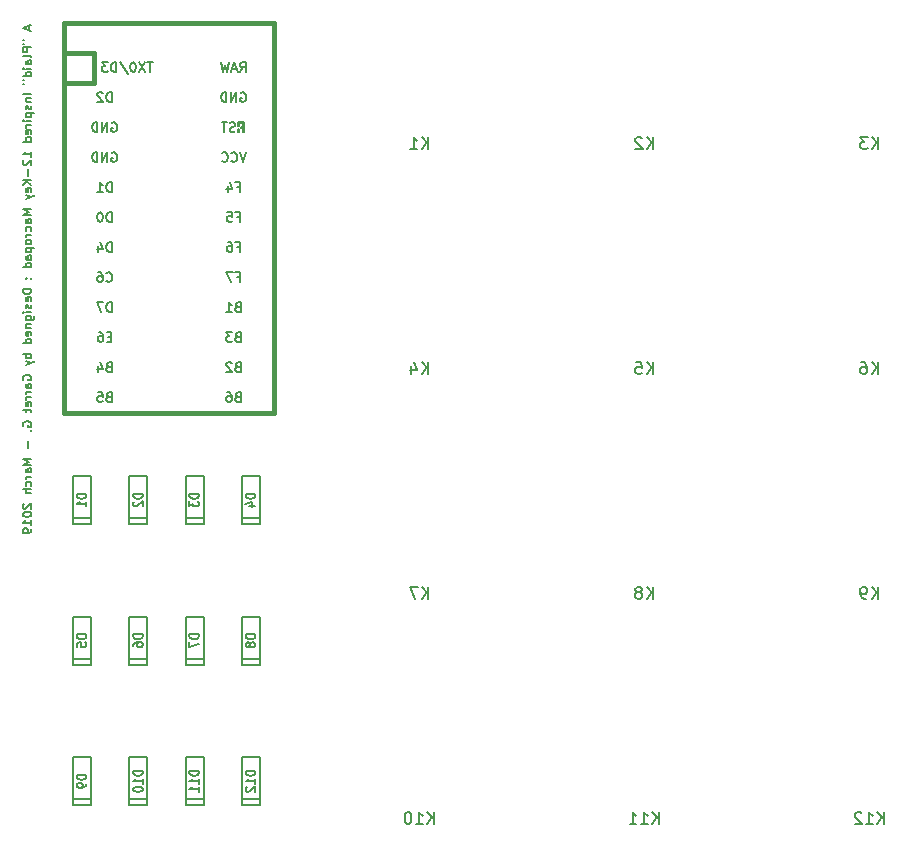
<source format=gbr>
G04 #@! TF.GenerationSoftware,KiCad,Pcbnew,(5.1.2)-1*
G04 #@! TF.CreationDate,2019-05-28T21:20:31-05:00*
G04 #@! TF.ProjectId,Main_PCB_MXALPSCHOC,4d61696e-5f50-4434-925f-4d58414c5053,rev?*
G04 #@! TF.SameCoordinates,Original*
G04 #@! TF.FileFunction,Legend,Bot*
G04 #@! TF.FilePolarity,Positive*
%FSLAX46Y46*%
G04 Gerber Fmt 4.6, Leading zero omitted, Abs format (unit mm)*
G04 Created by KiCad (PCBNEW (5.1.2)-1) date 2019-05-28 21:20:31*
%MOMM*%
%LPD*%
G04 APERTURE LIST*
%ADD10C,0.184500*%
%ADD11C,0.150000*%
%ADD12C,0.381000*%
%ADD13C,0.100000*%
G04 APERTURE END LIST*
D10*
X43123000Y-57527710D02*
X43123000Y-57879140D01*
X43333860Y-57457430D02*
X42595860Y-57703430D01*
X42595860Y-57703430D02*
X43333860Y-57949430D01*
X42595860Y-58722570D02*
X42736430Y-58722570D01*
X42595860Y-59003710D02*
X42736430Y-59003710D01*
X43333860Y-59320000D02*
X42595860Y-59320000D01*
X42595860Y-59320000D02*
X42595860Y-59601140D01*
X42595860Y-59601140D02*
X42631000Y-59671430D01*
X42631000Y-59671430D02*
X42666140Y-59706570D01*
X42666140Y-59706570D02*
X42736430Y-59741710D01*
X42736430Y-59741710D02*
X42841860Y-59741710D01*
X42841860Y-59741710D02*
X42912140Y-59706570D01*
X42912140Y-59706570D02*
X42947290Y-59671430D01*
X42947290Y-59671430D02*
X42982430Y-59601140D01*
X42982430Y-59601140D02*
X42982430Y-59320000D01*
X43333860Y-60163430D02*
X43298710Y-60093140D01*
X43298710Y-60093140D02*
X43228430Y-60058000D01*
X43228430Y-60058000D02*
X42595860Y-60058000D01*
X43333860Y-60760860D02*
X42947290Y-60760860D01*
X42947290Y-60760860D02*
X42877000Y-60725710D01*
X42877000Y-60725710D02*
X42841860Y-60655430D01*
X42841860Y-60655430D02*
X42841860Y-60514860D01*
X42841860Y-60514860D02*
X42877000Y-60444570D01*
X43298710Y-60760860D02*
X43333860Y-60690570D01*
X43333860Y-60690570D02*
X43333860Y-60514860D01*
X43333860Y-60514860D02*
X43298710Y-60444570D01*
X43298710Y-60444570D02*
X43228430Y-60409430D01*
X43228430Y-60409430D02*
X43158140Y-60409430D01*
X43158140Y-60409430D02*
X43087860Y-60444570D01*
X43087860Y-60444570D02*
X43052710Y-60514860D01*
X43052710Y-60514860D02*
X43052710Y-60690570D01*
X43052710Y-60690570D02*
X43017570Y-60760860D01*
X43333860Y-61112290D02*
X42841860Y-61112290D01*
X42595860Y-61112290D02*
X42631000Y-61077140D01*
X42631000Y-61077140D02*
X42666140Y-61112290D01*
X42666140Y-61112290D02*
X42631000Y-61147430D01*
X42631000Y-61147430D02*
X42595860Y-61112290D01*
X42595860Y-61112290D02*
X42666140Y-61112290D01*
X43333860Y-61780000D02*
X42595860Y-61780000D01*
X43298710Y-61780000D02*
X43333860Y-61709710D01*
X43333860Y-61709710D02*
X43333860Y-61569140D01*
X43333860Y-61569140D02*
X43298710Y-61498860D01*
X43298710Y-61498860D02*
X43263570Y-61463710D01*
X43263570Y-61463710D02*
X43193290Y-61428570D01*
X43193290Y-61428570D02*
X42982430Y-61428570D01*
X42982430Y-61428570D02*
X42912140Y-61463710D01*
X42912140Y-61463710D02*
X42877000Y-61498860D01*
X42877000Y-61498860D02*
X42841860Y-61569140D01*
X42841860Y-61569140D02*
X42841860Y-61709710D01*
X42841860Y-61709710D02*
X42877000Y-61780000D01*
X42595860Y-62096290D02*
X42736430Y-62096290D01*
X42595860Y-62377430D02*
X42736430Y-62377430D01*
X43333860Y-63256000D02*
X42595860Y-63256000D01*
X42841860Y-63607430D02*
X43333860Y-63607430D01*
X42912140Y-63607430D02*
X42877000Y-63642570D01*
X42877000Y-63642570D02*
X42841860Y-63712860D01*
X42841860Y-63712860D02*
X42841860Y-63818290D01*
X42841860Y-63818290D02*
X42877000Y-63888570D01*
X42877000Y-63888570D02*
X42947290Y-63923710D01*
X42947290Y-63923710D02*
X43333860Y-63923710D01*
X43298710Y-64240000D02*
X43333860Y-64310290D01*
X43333860Y-64310290D02*
X43333860Y-64450860D01*
X43333860Y-64450860D02*
X43298710Y-64521140D01*
X43298710Y-64521140D02*
X43228430Y-64556290D01*
X43228430Y-64556290D02*
X43193290Y-64556290D01*
X43193290Y-64556290D02*
X43123000Y-64521140D01*
X43123000Y-64521140D02*
X43087860Y-64450860D01*
X43087860Y-64450860D02*
X43087860Y-64345430D01*
X43087860Y-64345430D02*
X43052710Y-64275140D01*
X43052710Y-64275140D02*
X42982430Y-64240000D01*
X42982430Y-64240000D02*
X42947290Y-64240000D01*
X42947290Y-64240000D02*
X42877000Y-64275140D01*
X42877000Y-64275140D02*
X42841860Y-64345430D01*
X42841860Y-64345430D02*
X42841860Y-64450860D01*
X42841860Y-64450860D02*
X42877000Y-64521140D01*
X42841860Y-64872570D02*
X43579860Y-64872570D01*
X42877000Y-64872570D02*
X42841860Y-64942860D01*
X42841860Y-64942860D02*
X42841860Y-65083430D01*
X42841860Y-65083430D02*
X42877000Y-65153710D01*
X42877000Y-65153710D02*
X42912140Y-65188860D01*
X42912140Y-65188860D02*
X42982430Y-65224000D01*
X42982430Y-65224000D02*
X43193290Y-65224000D01*
X43193290Y-65224000D02*
X43263570Y-65188860D01*
X43263570Y-65188860D02*
X43298710Y-65153710D01*
X43298710Y-65153710D02*
X43333860Y-65083430D01*
X43333860Y-65083430D02*
X43333860Y-64942860D01*
X43333860Y-64942860D02*
X43298710Y-64872570D01*
X43333860Y-65540290D02*
X42841860Y-65540290D01*
X42595860Y-65540290D02*
X42631000Y-65505140D01*
X42631000Y-65505140D02*
X42666140Y-65540290D01*
X42666140Y-65540290D02*
X42631000Y-65575430D01*
X42631000Y-65575430D02*
X42595860Y-65540290D01*
X42595860Y-65540290D02*
X42666140Y-65540290D01*
X43333860Y-65891710D02*
X42841860Y-65891710D01*
X42982430Y-65891710D02*
X42912140Y-65926860D01*
X42912140Y-65926860D02*
X42877000Y-65962000D01*
X42877000Y-65962000D02*
X42841860Y-66032290D01*
X42841860Y-66032290D02*
X42841860Y-66102570D01*
X43298710Y-66629710D02*
X43333860Y-66559430D01*
X43333860Y-66559430D02*
X43333860Y-66418860D01*
X43333860Y-66418860D02*
X43298710Y-66348570D01*
X43298710Y-66348570D02*
X43228430Y-66313430D01*
X43228430Y-66313430D02*
X42947290Y-66313430D01*
X42947290Y-66313430D02*
X42877000Y-66348570D01*
X42877000Y-66348570D02*
X42841860Y-66418860D01*
X42841860Y-66418860D02*
X42841860Y-66559430D01*
X42841860Y-66559430D02*
X42877000Y-66629710D01*
X42877000Y-66629710D02*
X42947290Y-66664860D01*
X42947290Y-66664860D02*
X43017570Y-66664860D01*
X43017570Y-66664860D02*
X43087860Y-66313430D01*
X43333860Y-67297430D02*
X42595860Y-67297430D01*
X43298710Y-67297430D02*
X43333860Y-67227140D01*
X43333860Y-67227140D02*
X43333860Y-67086570D01*
X43333860Y-67086570D02*
X43298710Y-67016290D01*
X43298710Y-67016290D02*
X43263570Y-66981140D01*
X43263570Y-66981140D02*
X43193290Y-66946000D01*
X43193290Y-66946000D02*
X42982430Y-66946000D01*
X42982430Y-66946000D02*
X42912140Y-66981140D01*
X42912140Y-66981140D02*
X42877000Y-67016290D01*
X42877000Y-67016290D02*
X42841860Y-67086570D01*
X42841860Y-67086570D02*
X42841860Y-67227140D01*
X42841860Y-67227140D02*
X42877000Y-67297430D01*
X43333860Y-68597710D02*
X43333860Y-68176000D01*
X43333860Y-68386860D02*
X42595860Y-68386860D01*
X42595860Y-68386860D02*
X42701290Y-68316570D01*
X42701290Y-68316570D02*
X42771570Y-68246290D01*
X42771570Y-68246290D02*
X42806710Y-68176000D01*
X42666140Y-68878860D02*
X42631000Y-68914000D01*
X42631000Y-68914000D02*
X42595860Y-68984290D01*
X42595860Y-68984290D02*
X42595860Y-69160000D01*
X42595860Y-69160000D02*
X42631000Y-69230290D01*
X42631000Y-69230290D02*
X42666140Y-69265430D01*
X42666140Y-69265430D02*
X42736430Y-69300570D01*
X42736430Y-69300570D02*
X42806710Y-69300570D01*
X42806710Y-69300570D02*
X42912140Y-69265430D01*
X42912140Y-69265430D02*
X43333860Y-68843710D01*
X43333860Y-68843710D02*
X43333860Y-69300570D01*
X43052710Y-69616860D02*
X43052710Y-70179140D01*
X43333860Y-70530570D02*
X42595860Y-70530570D01*
X43333860Y-70952290D02*
X42912140Y-70636000D01*
X42595860Y-70952290D02*
X43017570Y-70530570D01*
X43298710Y-71549710D02*
X43333860Y-71479430D01*
X43333860Y-71479430D02*
X43333860Y-71338860D01*
X43333860Y-71338860D02*
X43298710Y-71268570D01*
X43298710Y-71268570D02*
X43228430Y-71233430D01*
X43228430Y-71233430D02*
X42947290Y-71233430D01*
X42947290Y-71233430D02*
X42877000Y-71268570D01*
X42877000Y-71268570D02*
X42841860Y-71338860D01*
X42841860Y-71338860D02*
X42841860Y-71479430D01*
X42841860Y-71479430D02*
X42877000Y-71549710D01*
X42877000Y-71549710D02*
X42947290Y-71584860D01*
X42947290Y-71584860D02*
X43017570Y-71584860D01*
X43017570Y-71584860D02*
X43087860Y-71233430D01*
X42841860Y-71830860D02*
X43333860Y-72006570D01*
X42841860Y-72182290D02*
X43333860Y-72006570D01*
X43333860Y-72006570D02*
X43509570Y-71936290D01*
X43509570Y-71936290D02*
X43544710Y-71901140D01*
X43544710Y-71901140D02*
X43579860Y-71830860D01*
X43333860Y-73025710D02*
X42595860Y-73025710D01*
X42595860Y-73025710D02*
X43123000Y-73271710D01*
X43123000Y-73271710D02*
X42595860Y-73517710D01*
X42595860Y-73517710D02*
X43333860Y-73517710D01*
X43333860Y-74185430D02*
X42947290Y-74185430D01*
X42947290Y-74185430D02*
X42877000Y-74150290D01*
X42877000Y-74150290D02*
X42841860Y-74080000D01*
X42841860Y-74080000D02*
X42841860Y-73939430D01*
X42841860Y-73939430D02*
X42877000Y-73869140D01*
X43298710Y-74185430D02*
X43333860Y-74115140D01*
X43333860Y-74115140D02*
X43333860Y-73939430D01*
X43333860Y-73939430D02*
X43298710Y-73869140D01*
X43298710Y-73869140D02*
X43228430Y-73834000D01*
X43228430Y-73834000D02*
X43158140Y-73834000D01*
X43158140Y-73834000D02*
X43087860Y-73869140D01*
X43087860Y-73869140D02*
X43052710Y-73939430D01*
X43052710Y-73939430D02*
X43052710Y-74115140D01*
X43052710Y-74115140D02*
X43017570Y-74185430D01*
X43298710Y-74853140D02*
X43333860Y-74782860D01*
X43333860Y-74782860D02*
X43333860Y-74642290D01*
X43333860Y-74642290D02*
X43298710Y-74572000D01*
X43298710Y-74572000D02*
X43263570Y-74536860D01*
X43263570Y-74536860D02*
X43193290Y-74501710D01*
X43193290Y-74501710D02*
X42982430Y-74501710D01*
X42982430Y-74501710D02*
X42912140Y-74536860D01*
X42912140Y-74536860D02*
X42877000Y-74572000D01*
X42877000Y-74572000D02*
X42841860Y-74642290D01*
X42841860Y-74642290D02*
X42841860Y-74782860D01*
X42841860Y-74782860D02*
X42877000Y-74853140D01*
X43333860Y-75169430D02*
X42841860Y-75169430D01*
X42982430Y-75169430D02*
X42912140Y-75204570D01*
X42912140Y-75204570D02*
X42877000Y-75239710D01*
X42877000Y-75239710D02*
X42841860Y-75310000D01*
X42841860Y-75310000D02*
X42841860Y-75380290D01*
X43333860Y-75731710D02*
X43298710Y-75661430D01*
X43298710Y-75661430D02*
X43263570Y-75626290D01*
X43263570Y-75626290D02*
X43193290Y-75591140D01*
X43193290Y-75591140D02*
X42982430Y-75591140D01*
X42982430Y-75591140D02*
X42912140Y-75626290D01*
X42912140Y-75626290D02*
X42877000Y-75661430D01*
X42877000Y-75661430D02*
X42841860Y-75731710D01*
X42841860Y-75731710D02*
X42841860Y-75837140D01*
X42841860Y-75837140D02*
X42877000Y-75907430D01*
X42877000Y-75907430D02*
X42912140Y-75942570D01*
X42912140Y-75942570D02*
X42982430Y-75977710D01*
X42982430Y-75977710D02*
X43193290Y-75977710D01*
X43193290Y-75977710D02*
X43263570Y-75942570D01*
X43263570Y-75942570D02*
X43298710Y-75907430D01*
X43298710Y-75907430D02*
X43333860Y-75837140D01*
X43333860Y-75837140D02*
X43333860Y-75731710D01*
X42841860Y-76294000D02*
X43579860Y-76294000D01*
X42877000Y-76294000D02*
X42841860Y-76364290D01*
X42841860Y-76364290D02*
X42841860Y-76504860D01*
X42841860Y-76504860D02*
X42877000Y-76575140D01*
X42877000Y-76575140D02*
X42912140Y-76610290D01*
X42912140Y-76610290D02*
X42982430Y-76645430D01*
X42982430Y-76645430D02*
X43193290Y-76645430D01*
X43193290Y-76645430D02*
X43263570Y-76610290D01*
X43263570Y-76610290D02*
X43298710Y-76575140D01*
X43298710Y-76575140D02*
X43333860Y-76504860D01*
X43333860Y-76504860D02*
X43333860Y-76364290D01*
X43333860Y-76364290D02*
X43298710Y-76294000D01*
X43333860Y-77278000D02*
X42947290Y-77278000D01*
X42947290Y-77278000D02*
X42877000Y-77242860D01*
X42877000Y-77242860D02*
X42841860Y-77172570D01*
X42841860Y-77172570D02*
X42841860Y-77032000D01*
X42841860Y-77032000D02*
X42877000Y-76961710D01*
X43298710Y-77278000D02*
X43333860Y-77207710D01*
X43333860Y-77207710D02*
X43333860Y-77032000D01*
X43333860Y-77032000D02*
X43298710Y-76961710D01*
X43298710Y-76961710D02*
X43228430Y-76926570D01*
X43228430Y-76926570D02*
X43158140Y-76926570D01*
X43158140Y-76926570D02*
X43087860Y-76961710D01*
X43087860Y-76961710D02*
X43052710Y-77032000D01*
X43052710Y-77032000D02*
X43052710Y-77207710D01*
X43052710Y-77207710D02*
X43017570Y-77278000D01*
X43333860Y-77945710D02*
X42595860Y-77945710D01*
X43298710Y-77945710D02*
X43333860Y-77875430D01*
X43333860Y-77875430D02*
X43333860Y-77734860D01*
X43333860Y-77734860D02*
X43298710Y-77664570D01*
X43298710Y-77664570D02*
X43263570Y-77629430D01*
X43263570Y-77629430D02*
X43193290Y-77594290D01*
X43193290Y-77594290D02*
X42982430Y-77594290D01*
X42982430Y-77594290D02*
X42912140Y-77629430D01*
X42912140Y-77629430D02*
X42877000Y-77664570D01*
X42877000Y-77664570D02*
X42841860Y-77734860D01*
X42841860Y-77734860D02*
X42841860Y-77875430D01*
X42841860Y-77875430D02*
X42877000Y-77945710D01*
X43263570Y-78859430D02*
X43298710Y-78894570D01*
X43298710Y-78894570D02*
X43333860Y-78859430D01*
X43333860Y-78859430D02*
X43298710Y-78824290D01*
X43298710Y-78824290D02*
X43263570Y-78859430D01*
X43263570Y-78859430D02*
X43333860Y-78859430D01*
X42877000Y-78859430D02*
X42912140Y-78894570D01*
X42912140Y-78894570D02*
X42947290Y-78859430D01*
X42947290Y-78859430D02*
X42912140Y-78824290D01*
X42912140Y-78824290D02*
X42877000Y-78859430D01*
X42877000Y-78859430D02*
X42947290Y-78859430D01*
X43333860Y-79773140D02*
X42595860Y-79773140D01*
X42595860Y-79773140D02*
X42595860Y-79948860D01*
X42595860Y-79948860D02*
X42631000Y-80054290D01*
X42631000Y-80054290D02*
X42701290Y-80124570D01*
X42701290Y-80124570D02*
X42771570Y-80159710D01*
X42771570Y-80159710D02*
X42912140Y-80194860D01*
X42912140Y-80194860D02*
X43017570Y-80194860D01*
X43017570Y-80194860D02*
X43158140Y-80159710D01*
X43158140Y-80159710D02*
X43228430Y-80124570D01*
X43228430Y-80124570D02*
X43298710Y-80054290D01*
X43298710Y-80054290D02*
X43333860Y-79948860D01*
X43333860Y-79948860D02*
X43333860Y-79773140D01*
X43298710Y-80792290D02*
X43333860Y-80722000D01*
X43333860Y-80722000D02*
X43333860Y-80581430D01*
X43333860Y-80581430D02*
X43298710Y-80511140D01*
X43298710Y-80511140D02*
X43228430Y-80476000D01*
X43228430Y-80476000D02*
X42947290Y-80476000D01*
X42947290Y-80476000D02*
X42877000Y-80511140D01*
X42877000Y-80511140D02*
X42841860Y-80581430D01*
X42841860Y-80581430D02*
X42841860Y-80722000D01*
X42841860Y-80722000D02*
X42877000Y-80792290D01*
X42877000Y-80792290D02*
X42947290Y-80827430D01*
X42947290Y-80827430D02*
X43017570Y-80827430D01*
X43017570Y-80827430D02*
X43087860Y-80476000D01*
X43298710Y-81108570D02*
X43333860Y-81178860D01*
X43333860Y-81178860D02*
X43333860Y-81319430D01*
X43333860Y-81319430D02*
X43298710Y-81389710D01*
X43298710Y-81389710D02*
X43228430Y-81424860D01*
X43228430Y-81424860D02*
X43193290Y-81424860D01*
X43193290Y-81424860D02*
X43123000Y-81389710D01*
X43123000Y-81389710D02*
X43087860Y-81319430D01*
X43087860Y-81319430D02*
X43087860Y-81214000D01*
X43087860Y-81214000D02*
X43052710Y-81143710D01*
X43052710Y-81143710D02*
X42982430Y-81108570D01*
X42982430Y-81108570D02*
X42947290Y-81108570D01*
X42947290Y-81108570D02*
X42877000Y-81143710D01*
X42877000Y-81143710D02*
X42841860Y-81214000D01*
X42841860Y-81214000D02*
X42841860Y-81319430D01*
X42841860Y-81319430D02*
X42877000Y-81389710D01*
X43333860Y-81741140D02*
X42841860Y-81741140D01*
X42595860Y-81741140D02*
X42631000Y-81706000D01*
X42631000Y-81706000D02*
X42666140Y-81741140D01*
X42666140Y-81741140D02*
X42631000Y-81776290D01*
X42631000Y-81776290D02*
X42595860Y-81741140D01*
X42595860Y-81741140D02*
X42666140Y-81741140D01*
X42841860Y-82408860D02*
X43439290Y-82408860D01*
X43439290Y-82408860D02*
X43509570Y-82373710D01*
X43509570Y-82373710D02*
X43544710Y-82338570D01*
X43544710Y-82338570D02*
X43579860Y-82268290D01*
X43579860Y-82268290D02*
X43579860Y-82162860D01*
X43579860Y-82162860D02*
X43544710Y-82092570D01*
X43298710Y-82408860D02*
X43333860Y-82338570D01*
X43333860Y-82338570D02*
X43333860Y-82198000D01*
X43333860Y-82198000D02*
X43298710Y-82127710D01*
X43298710Y-82127710D02*
X43263570Y-82092570D01*
X43263570Y-82092570D02*
X43193290Y-82057430D01*
X43193290Y-82057430D02*
X42982430Y-82057430D01*
X42982430Y-82057430D02*
X42912140Y-82092570D01*
X42912140Y-82092570D02*
X42877000Y-82127710D01*
X42877000Y-82127710D02*
X42841860Y-82198000D01*
X42841860Y-82198000D02*
X42841860Y-82338570D01*
X42841860Y-82338570D02*
X42877000Y-82408860D01*
X42841860Y-82760290D02*
X43333860Y-82760290D01*
X42912140Y-82760290D02*
X42877000Y-82795430D01*
X42877000Y-82795430D02*
X42841860Y-82865710D01*
X42841860Y-82865710D02*
X42841860Y-82971140D01*
X42841860Y-82971140D02*
X42877000Y-83041430D01*
X42877000Y-83041430D02*
X42947290Y-83076570D01*
X42947290Y-83076570D02*
X43333860Y-83076570D01*
X43298710Y-83709140D02*
X43333860Y-83638860D01*
X43333860Y-83638860D02*
X43333860Y-83498290D01*
X43333860Y-83498290D02*
X43298710Y-83428000D01*
X43298710Y-83428000D02*
X43228430Y-83392860D01*
X43228430Y-83392860D02*
X42947290Y-83392860D01*
X42947290Y-83392860D02*
X42877000Y-83428000D01*
X42877000Y-83428000D02*
X42841860Y-83498290D01*
X42841860Y-83498290D02*
X42841860Y-83638860D01*
X42841860Y-83638860D02*
X42877000Y-83709140D01*
X42877000Y-83709140D02*
X42947290Y-83744290D01*
X42947290Y-83744290D02*
X43017570Y-83744290D01*
X43017570Y-83744290D02*
X43087860Y-83392860D01*
X43333860Y-84376860D02*
X42595860Y-84376860D01*
X43298710Y-84376860D02*
X43333860Y-84306570D01*
X43333860Y-84306570D02*
X43333860Y-84166000D01*
X43333860Y-84166000D02*
X43298710Y-84095710D01*
X43298710Y-84095710D02*
X43263570Y-84060570D01*
X43263570Y-84060570D02*
X43193290Y-84025430D01*
X43193290Y-84025430D02*
X42982430Y-84025430D01*
X42982430Y-84025430D02*
X42912140Y-84060570D01*
X42912140Y-84060570D02*
X42877000Y-84095710D01*
X42877000Y-84095710D02*
X42841860Y-84166000D01*
X42841860Y-84166000D02*
X42841860Y-84306570D01*
X42841860Y-84306570D02*
X42877000Y-84376860D01*
X43333860Y-85290570D02*
X42595860Y-85290570D01*
X42877000Y-85290570D02*
X42841860Y-85360860D01*
X42841860Y-85360860D02*
X42841860Y-85501430D01*
X42841860Y-85501430D02*
X42877000Y-85571710D01*
X42877000Y-85571710D02*
X42912140Y-85606860D01*
X42912140Y-85606860D02*
X42982430Y-85642000D01*
X42982430Y-85642000D02*
X43193290Y-85642000D01*
X43193290Y-85642000D02*
X43263570Y-85606860D01*
X43263570Y-85606860D02*
X43298710Y-85571710D01*
X43298710Y-85571710D02*
X43333860Y-85501430D01*
X43333860Y-85501430D02*
X43333860Y-85360860D01*
X43333860Y-85360860D02*
X43298710Y-85290570D01*
X42841860Y-85888000D02*
X43333860Y-86063710D01*
X42841860Y-86239430D02*
X43333860Y-86063710D01*
X43333860Y-86063710D02*
X43509570Y-85993430D01*
X43509570Y-85993430D02*
X43544710Y-85958290D01*
X43544710Y-85958290D02*
X43579860Y-85888000D01*
X42631000Y-87469430D02*
X42595860Y-87399140D01*
X42595860Y-87399140D02*
X42595860Y-87293710D01*
X42595860Y-87293710D02*
X42631000Y-87188290D01*
X42631000Y-87188290D02*
X42701290Y-87118000D01*
X42701290Y-87118000D02*
X42771570Y-87082860D01*
X42771570Y-87082860D02*
X42912140Y-87047710D01*
X42912140Y-87047710D02*
X43017570Y-87047710D01*
X43017570Y-87047710D02*
X43158140Y-87082860D01*
X43158140Y-87082860D02*
X43228430Y-87118000D01*
X43228430Y-87118000D02*
X43298710Y-87188290D01*
X43298710Y-87188290D02*
X43333860Y-87293710D01*
X43333860Y-87293710D02*
X43333860Y-87364000D01*
X43333860Y-87364000D02*
X43298710Y-87469430D01*
X43298710Y-87469430D02*
X43263570Y-87504570D01*
X43263570Y-87504570D02*
X43017570Y-87504570D01*
X43017570Y-87504570D02*
X43017570Y-87364000D01*
X43333860Y-88137140D02*
X42947290Y-88137140D01*
X42947290Y-88137140D02*
X42877000Y-88102000D01*
X42877000Y-88102000D02*
X42841860Y-88031710D01*
X42841860Y-88031710D02*
X42841860Y-87891140D01*
X42841860Y-87891140D02*
X42877000Y-87820860D01*
X43298710Y-88137140D02*
X43333860Y-88066860D01*
X43333860Y-88066860D02*
X43333860Y-87891140D01*
X43333860Y-87891140D02*
X43298710Y-87820860D01*
X43298710Y-87820860D02*
X43228430Y-87785710D01*
X43228430Y-87785710D02*
X43158140Y-87785710D01*
X43158140Y-87785710D02*
X43087860Y-87820860D01*
X43087860Y-87820860D02*
X43052710Y-87891140D01*
X43052710Y-87891140D02*
X43052710Y-88066860D01*
X43052710Y-88066860D02*
X43017570Y-88137140D01*
X43333860Y-88488570D02*
X42841860Y-88488570D01*
X42982430Y-88488570D02*
X42912140Y-88523710D01*
X42912140Y-88523710D02*
X42877000Y-88558860D01*
X42877000Y-88558860D02*
X42841860Y-88629140D01*
X42841860Y-88629140D02*
X42841860Y-88699430D01*
X43333860Y-88945430D02*
X42841860Y-88945430D01*
X42982430Y-88945430D02*
X42912140Y-88980570D01*
X42912140Y-88980570D02*
X42877000Y-89015710D01*
X42877000Y-89015710D02*
X42841860Y-89086000D01*
X42841860Y-89086000D02*
X42841860Y-89156290D01*
X43298710Y-89683430D02*
X43333860Y-89613140D01*
X43333860Y-89613140D02*
X43333860Y-89472570D01*
X43333860Y-89472570D02*
X43298710Y-89402290D01*
X43298710Y-89402290D02*
X43228430Y-89367140D01*
X43228430Y-89367140D02*
X42947290Y-89367140D01*
X42947290Y-89367140D02*
X42877000Y-89402290D01*
X42877000Y-89402290D02*
X42841860Y-89472570D01*
X42841860Y-89472570D02*
X42841860Y-89613140D01*
X42841860Y-89613140D02*
X42877000Y-89683430D01*
X42877000Y-89683430D02*
X42947290Y-89718570D01*
X42947290Y-89718570D02*
X43017570Y-89718570D01*
X43017570Y-89718570D02*
X43087860Y-89367140D01*
X42841860Y-89929430D02*
X42841860Y-90210570D01*
X42595860Y-90034860D02*
X43228430Y-90034860D01*
X43228430Y-90034860D02*
X43298710Y-90070000D01*
X43298710Y-90070000D02*
X43333860Y-90140290D01*
X43333860Y-90140290D02*
X43333860Y-90210570D01*
X42631000Y-91405430D02*
X42595860Y-91335140D01*
X42595860Y-91335140D02*
X42595860Y-91229710D01*
X42595860Y-91229710D02*
X42631000Y-91124290D01*
X42631000Y-91124290D02*
X42701290Y-91054000D01*
X42701290Y-91054000D02*
X42771570Y-91018860D01*
X42771570Y-91018860D02*
X42912140Y-90983710D01*
X42912140Y-90983710D02*
X43017570Y-90983710D01*
X43017570Y-90983710D02*
X43158140Y-91018860D01*
X43158140Y-91018860D02*
X43228430Y-91054000D01*
X43228430Y-91054000D02*
X43298710Y-91124290D01*
X43298710Y-91124290D02*
X43333860Y-91229710D01*
X43333860Y-91229710D02*
X43333860Y-91300000D01*
X43333860Y-91300000D02*
X43298710Y-91405430D01*
X43298710Y-91405430D02*
X43263570Y-91440570D01*
X43263570Y-91440570D02*
X43017570Y-91440570D01*
X43017570Y-91440570D02*
X43017570Y-91300000D01*
X43263570Y-91756860D02*
X43298710Y-91792000D01*
X43298710Y-91792000D02*
X43333860Y-91756860D01*
X43333860Y-91756860D02*
X43298710Y-91721710D01*
X43298710Y-91721710D02*
X43263570Y-91756860D01*
X43263570Y-91756860D02*
X43333860Y-91756860D01*
X43052710Y-92670570D02*
X43052710Y-93232860D01*
X43333860Y-94146570D02*
X42595860Y-94146570D01*
X42595860Y-94146570D02*
X43123000Y-94392570D01*
X43123000Y-94392570D02*
X42595860Y-94638570D01*
X42595860Y-94638570D02*
X43333860Y-94638570D01*
X43333860Y-95306290D02*
X42947290Y-95306290D01*
X42947290Y-95306290D02*
X42877000Y-95271140D01*
X42877000Y-95271140D02*
X42841860Y-95200860D01*
X42841860Y-95200860D02*
X42841860Y-95060290D01*
X42841860Y-95060290D02*
X42877000Y-94990000D01*
X43298710Y-95306290D02*
X43333860Y-95236000D01*
X43333860Y-95236000D02*
X43333860Y-95060290D01*
X43333860Y-95060290D02*
X43298710Y-94990000D01*
X43298710Y-94990000D02*
X43228430Y-94954860D01*
X43228430Y-94954860D02*
X43158140Y-94954860D01*
X43158140Y-94954860D02*
X43087860Y-94990000D01*
X43087860Y-94990000D02*
X43052710Y-95060290D01*
X43052710Y-95060290D02*
X43052710Y-95236000D01*
X43052710Y-95236000D02*
X43017570Y-95306290D01*
X43333860Y-95657710D02*
X42841860Y-95657710D01*
X42982430Y-95657710D02*
X42912140Y-95692860D01*
X42912140Y-95692860D02*
X42877000Y-95728000D01*
X42877000Y-95728000D02*
X42841860Y-95798290D01*
X42841860Y-95798290D02*
X42841860Y-95868570D01*
X43298710Y-96430860D02*
X43333860Y-96360570D01*
X43333860Y-96360570D02*
X43333860Y-96220000D01*
X43333860Y-96220000D02*
X43298710Y-96149710D01*
X43298710Y-96149710D02*
X43263570Y-96114570D01*
X43263570Y-96114570D02*
X43193290Y-96079430D01*
X43193290Y-96079430D02*
X42982430Y-96079430D01*
X42982430Y-96079430D02*
X42912140Y-96114570D01*
X42912140Y-96114570D02*
X42877000Y-96149710D01*
X42877000Y-96149710D02*
X42841860Y-96220000D01*
X42841860Y-96220000D02*
X42841860Y-96360570D01*
X42841860Y-96360570D02*
X42877000Y-96430860D01*
X43333860Y-96747140D02*
X42595860Y-96747140D01*
X43333860Y-97063430D02*
X42947290Y-97063430D01*
X42947290Y-97063430D02*
X42877000Y-97028290D01*
X42877000Y-97028290D02*
X42841860Y-96958000D01*
X42841860Y-96958000D02*
X42841860Y-96852570D01*
X42841860Y-96852570D02*
X42877000Y-96782290D01*
X42877000Y-96782290D02*
X42912140Y-96747140D01*
X42666140Y-97942000D02*
X42631000Y-97977140D01*
X42631000Y-97977140D02*
X42595860Y-98047430D01*
X42595860Y-98047430D02*
X42595860Y-98223140D01*
X42595860Y-98223140D02*
X42631000Y-98293430D01*
X42631000Y-98293430D02*
X42666140Y-98328570D01*
X42666140Y-98328570D02*
X42736430Y-98363710D01*
X42736430Y-98363710D02*
X42806710Y-98363710D01*
X42806710Y-98363710D02*
X42912140Y-98328570D01*
X42912140Y-98328570D02*
X43333860Y-97906860D01*
X43333860Y-97906860D02*
X43333860Y-98363710D01*
X42595860Y-98820570D02*
X42595860Y-98890860D01*
X42595860Y-98890860D02*
X42631000Y-98961140D01*
X42631000Y-98961140D02*
X42666140Y-98996290D01*
X42666140Y-98996290D02*
X42736430Y-99031430D01*
X42736430Y-99031430D02*
X42877000Y-99066570D01*
X42877000Y-99066570D02*
X43052710Y-99066570D01*
X43052710Y-99066570D02*
X43193290Y-99031430D01*
X43193290Y-99031430D02*
X43263570Y-98996290D01*
X43263570Y-98996290D02*
X43298710Y-98961140D01*
X43298710Y-98961140D02*
X43333860Y-98890860D01*
X43333860Y-98890860D02*
X43333860Y-98820570D01*
X43333860Y-98820570D02*
X43298710Y-98750290D01*
X43298710Y-98750290D02*
X43263570Y-98715140D01*
X43263570Y-98715140D02*
X43193290Y-98680000D01*
X43193290Y-98680000D02*
X43052710Y-98644860D01*
X43052710Y-98644860D02*
X42877000Y-98644860D01*
X42877000Y-98644860D02*
X42736430Y-98680000D01*
X42736430Y-98680000D02*
X42666140Y-98715140D01*
X42666140Y-98715140D02*
X42631000Y-98750290D01*
X42631000Y-98750290D02*
X42595860Y-98820570D01*
X43333860Y-99769430D02*
X43333860Y-99347710D01*
X43333860Y-99558570D02*
X42595860Y-99558570D01*
X42595860Y-99558570D02*
X42701290Y-99488290D01*
X42701290Y-99488290D02*
X42771570Y-99418000D01*
X42771570Y-99418000D02*
X42806710Y-99347710D01*
X43333860Y-100120860D02*
X43333860Y-100261430D01*
X43333860Y-100261430D02*
X43298710Y-100331710D01*
X43298710Y-100331710D02*
X43263570Y-100366860D01*
X43263570Y-100366860D02*
X43158140Y-100437140D01*
X43158140Y-100437140D02*
X43017570Y-100472290D01*
X43017570Y-100472290D02*
X42736430Y-100472290D01*
X42736430Y-100472290D02*
X42666140Y-100437140D01*
X42666140Y-100437140D02*
X42631000Y-100402000D01*
X42631000Y-100402000D02*
X42595860Y-100331710D01*
X42595860Y-100331710D02*
X42595860Y-100191140D01*
X42595860Y-100191140D02*
X42631000Y-100120860D01*
X42631000Y-100120860D02*
X42666140Y-100085710D01*
X42666140Y-100085710D02*
X42736430Y-100050570D01*
X42736430Y-100050570D02*
X42912140Y-100050570D01*
X42912140Y-100050570D02*
X42982430Y-100085710D01*
X42982430Y-100085710D02*
X43017570Y-100120860D01*
X43017570Y-100120860D02*
X43052710Y-100191140D01*
X43052710Y-100191140D02*
X43052710Y-100331710D01*
X43052710Y-100331710D02*
X43017570Y-100402000D01*
X43017570Y-100402000D02*
X42982430Y-100437140D01*
X42982430Y-100437140D02*
X42912140Y-100472290D01*
D11*
X62674500Y-99155250D02*
X61150500Y-99155250D01*
X62674500Y-95599250D02*
X62674500Y-99663250D01*
X61150500Y-95599250D02*
X62674500Y-95599250D01*
X61150500Y-99663250D02*
X61150500Y-95599250D01*
X61150500Y-95599250D02*
X61150500Y-99663250D01*
X62674500Y-99663250D02*
X61150500Y-99663250D01*
D12*
X48650000Y-62300000D02*
X46110000Y-62300000D01*
X48650000Y-59760000D02*
X48650000Y-62300000D01*
D13*
G36*
X61144640Y-66149030D02*
G01*
X61044640Y-66149030D01*
X61044640Y-66049030D01*
X61144640Y-66049030D01*
X61144640Y-66149030D01*
G37*
D11*
X61044640Y-66049030D02*
X61044640Y-66149030D01*
X61044640Y-66149030D02*
X61144640Y-66149030D01*
X61144640Y-66149030D02*
X61144640Y-66049030D01*
X61144640Y-66049030D02*
X61044640Y-66049030D01*
D13*
G36*
X61344640Y-66449030D02*
G01*
X61244640Y-66449030D01*
X61244640Y-65649030D01*
X61344640Y-65649030D01*
X61344640Y-66449030D01*
G37*
D11*
X61244640Y-65649030D02*
X61244640Y-66449030D01*
X61244640Y-66449030D02*
X61344640Y-66449030D01*
X61344640Y-66449030D02*
X61344640Y-65649030D01*
X61344640Y-65649030D02*
X61244640Y-65649030D01*
D13*
G36*
X60944640Y-66449030D02*
G01*
X60844640Y-66449030D01*
X60844640Y-66249030D01*
X60944640Y-66249030D01*
X60944640Y-66449030D01*
G37*
D11*
X60844640Y-66249030D02*
X60844640Y-66449030D01*
X60844640Y-66449030D02*
X60944640Y-66449030D01*
X60944640Y-66449030D02*
X60944640Y-66249030D01*
X60944640Y-66249030D02*
X60844640Y-66249030D01*
D13*
G36*
X60944640Y-65949030D02*
G01*
X60844640Y-65949030D01*
X60844640Y-65649030D01*
X60944640Y-65649030D01*
X60944640Y-65949030D01*
G37*
D11*
X60844640Y-65649030D02*
X60844640Y-65949030D01*
X60844640Y-65949030D02*
X60944640Y-65949030D01*
X60944640Y-65949030D02*
X60944640Y-65649030D01*
X60944640Y-65649030D02*
X60844640Y-65649030D01*
D13*
G36*
X61344640Y-65749030D02*
G01*
X60844640Y-65749030D01*
X60844640Y-65649030D01*
X61344640Y-65649030D01*
X61344640Y-65749030D01*
G37*
D11*
X60844640Y-65649030D02*
X60844640Y-65749030D01*
X60844640Y-65749030D02*
X61344640Y-65749030D01*
X61344640Y-65749030D02*
X61344640Y-65649030D01*
X61344640Y-65649030D02*
X60844640Y-65649030D01*
D12*
X63890000Y-90240000D02*
X63890000Y-57220000D01*
X46110000Y-90240000D02*
X63890000Y-90240000D01*
X46110000Y-57220000D02*
X46110000Y-90240000D01*
X63890000Y-57220000D02*
X46110000Y-57220000D01*
X48650000Y-59760000D02*
X46110000Y-59760000D01*
D11*
X48387000Y-99663250D02*
X46863000Y-99663250D01*
X46863000Y-95599250D02*
X46863000Y-99663250D01*
X46863000Y-99663250D02*
X46863000Y-95599250D01*
X46863000Y-95599250D02*
X48387000Y-95599250D01*
X48387000Y-95599250D02*
X48387000Y-99663250D01*
X48387000Y-99155250D02*
X46863000Y-99155250D01*
X53149500Y-99155250D02*
X51625500Y-99155250D01*
X53149500Y-95599250D02*
X53149500Y-99663250D01*
X51625500Y-95599250D02*
X53149500Y-95599250D01*
X51625500Y-99663250D02*
X51625500Y-95599250D01*
X51625500Y-95599250D02*
X51625500Y-99663250D01*
X53149500Y-99663250D02*
X51625500Y-99663250D01*
X57912000Y-99663250D02*
X56388000Y-99663250D01*
X56388000Y-95599250D02*
X56388000Y-99663250D01*
X56388000Y-99663250D02*
X56388000Y-95599250D01*
X56388000Y-95599250D02*
X57912000Y-95599250D01*
X57912000Y-95599250D02*
X57912000Y-99663250D01*
X57912000Y-99155250D02*
X56388000Y-99155250D01*
X48387000Y-111061500D02*
X46863000Y-111061500D01*
X48387000Y-107505500D02*
X48387000Y-111569500D01*
X46863000Y-107505500D02*
X48387000Y-107505500D01*
X46863000Y-111569500D02*
X46863000Y-107505500D01*
X46863000Y-107505500D02*
X46863000Y-111569500D01*
X48387000Y-111569500D02*
X46863000Y-111569500D01*
X53149500Y-111569500D02*
X51625500Y-111569500D01*
X51625500Y-107505500D02*
X51625500Y-111569500D01*
X51625500Y-111569500D02*
X51625500Y-107505500D01*
X51625500Y-107505500D02*
X53149500Y-107505500D01*
X53149500Y-107505500D02*
X53149500Y-111569500D01*
X53149500Y-111061500D02*
X51625500Y-111061500D01*
X57912000Y-111061500D02*
X56388000Y-111061500D01*
X57912000Y-107505500D02*
X57912000Y-111569500D01*
X56388000Y-107505500D02*
X57912000Y-107505500D01*
X56388000Y-111569500D02*
X56388000Y-107505500D01*
X56388000Y-107505500D02*
X56388000Y-111569500D01*
X57912000Y-111569500D02*
X56388000Y-111569500D01*
X62674500Y-111569500D02*
X61150500Y-111569500D01*
X61150500Y-107505500D02*
X61150500Y-111569500D01*
X61150500Y-111569500D02*
X61150500Y-107505500D01*
X61150500Y-107505500D02*
X62674500Y-107505500D01*
X62674500Y-107505500D02*
X62674500Y-111569500D01*
X62674500Y-111061500D02*
X61150500Y-111061500D01*
X48387000Y-123475750D02*
X46863000Y-123475750D01*
X46863000Y-119411750D02*
X46863000Y-123475750D01*
X46863000Y-123475750D02*
X46863000Y-119411750D01*
X46863000Y-119411750D02*
X48387000Y-119411750D01*
X48387000Y-119411750D02*
X48387000Y-123475750D01*
X48387000Y-122967750D02*
X46863000Y-122967750D01*
X53149500Y-122967750D02*
X51625500Y-122967750D01*
X53149500Y-119411750D02*
X53149500Y-123475750D01*
X51625500Y-119411750D02*
X53149500Y-119411750D01*
X51625500Y-123475750D02*
X51625500Y-119411750D01*
X51625500Y-119411750D02*
X51625500Y-123475750D01*
X53149500Y-123475750D02*
X51625500Y-123475750D01*
X57912000Y-123475750D02*
X56388000Y-123475750D01*
X56388000Y-119411750D02*
X56388000Y-123475750D01*
X56388000Y-123475750D02*
X56388000Y-119411750D01*
X56388000Y-119411750D02*
X57912000Y-119411750D01*
X57912000Y-119411750D02*
X57912000Y-123475750D01*
X57912000Y-122967750D02*
X56388000Y-122967750D01*
X62674500Y-122967750D02*
X61150500Y-122967750D01*
X62674500Y-119411750D02*
X62674500Y-123475750D01*
X61150500Y-119411750D02*
X62674500Y-119411750D01*
X61150500Y-123475750D02*
X61150500Y-119411750D01*
X61150500Y-119411750D02*
X61150500Y-123475750D01*
X62674500Y-123475750D02*
X61150500Y-123475750D01*
X96464290Y-125071130D02*
X96464290Y-124071130D01*
X95892860Y-125071130D02*
X96321430Y-124499700D01*
X95892860Y-124071130D02*
X96464290Y-124642560D01*
X94940480Y-125071130D02*
X95511900Y-125071130D01*
X95226190Y-125071130D02*
X95226190Y-124071130D01*
X95226190Y-124071130D02*
X95321430Y-124213990D01*
X95321430Y-124213990D02*
X95416670Y-124309230D01*
X95416670Y-124309230D02*
X95511900Y-124356850D01*
X93988100Y-125071130D02*
X94559520Y-125071130D01*
X94273810Y-125071130D02*
X94273810Y-124071130D01*
X94273810Y-124071130D02*
X94369050Y-124213990D01*
X94369050Y-124213990D02*
X94464290Y-124309230D01*
X94464290Y-124309230D02*
X94559520Y-124356850D01*
X115514290Y-125071130D02*
X115514290Y-124071130D01*
X114942860Y-125071130D02*
X115371430Y-124499700D01*
X114942860Y-124071130D02*
X115514290Y-124642560D01*
X113990480Y-125071130D02*
X114561900Y-125071130D01*
X114276190Y-125071130D02*
X114276190Y-124071130D01*
X114276190Y-124071130D02*
X114371430Y-124213990D01*
X114371430Y-124213990D02*
X114466670Y-124309230D01*
X114466670Y-124309230D02*
X114561900Y-124356850D01*
X113609520Y-124166370D02*
X113561900Y-124118750D01*
X113561900Y-124118750D02*
X113466670Y-124071130D01*
X113466670Y-124071130D02*
X113228570Y-124071130D01*
X113228570Y-124071130D02*
X113133330Y-124118750D01*
X113133330Y-124118750D02*
X113085710Y-124166370D01*
X113085710Y-124166370D02*
X113038100Y-124261610D01*
X113038100Y-124261610D02*
X113038100Y-124356850D01*
X113038100Y-124356850D02*
X113085710Y-124499700D01*
X113085710Y-124499700D02*
X113657140Y-125071130D01*
X113657140Y-125071130D02*
X113038100Y-125071130D01*
X115038100Y-67921130D02*
X115038100Y-66921130D01*
X114466670Y-67921130D02*
X114895240Y-67349700D01*
X114466670Y-66921130D02*
X115038100Y-67492560D01*
X114133330Y-66921130D02*
X113514290Y-66921130D01*
X113514290Y-66921130D02*
X113847620Y-67302080D01*
X113847620Y-67302080D02*
X113704760Y-67302080D01*
X113704760Y-67302080D02*
X113609520Y-67349700D01*
X113609520Y-67349700D02*
X113561900Y-67397320D01*
X113561900Y-67397320D02*
X113514290Y-67492560D01*
X113514290Y-67492560D02*
X113514290Y-67730650D01*
X113514290Y-67730650D02*
X113561900Y-67825890D01*
X113561900Y-67825890D02*
X113609520Y-67873510D01*
X113609520Y-67873510D02*
X113704760Y-67921130D01*
X113704760Y-67921130D02*
X113990480Y-67921130D01*
X113990480Y-67921130D02*
X114085710Y-67873510D01*
X114085710Y-67873510D02*
X114133330Y-67825890D01*
X76938100Y-106021130D02*
X76938100Y-105021130D01*
X76366670Y-106021130D02*
X76795240Y-105449700D01*
X76366670Y-105021130D02*
X76938100Y-105592560D01*
X76033330Y-105021130D02*
X75366670Y-105021130D01*
X75366670Y-105021130D02*
X75795240Y-106021130D01*
X95988100Y-67921130D02*
X95988100Y-66921130D01*
X95416670Y-67921130D02*
X95845240Y-67349700D01*
X95416670Y-66921130D02*
X95988100Y-67492560D01*
X95035710Y-67016370D02*
X94988100Y-66968750D01*
X94988100Y-66968750D02*
X94892860Y-66921130D01*
X94892860Y-66921130D02*
X94654760Y-66921130D01*
X94654760Y-66921130D02*
X94559520Y-66968750D01*
X94559520Y-66968750D02*
X94511900Y-67016370D01*
X94511900Y-67016370D02*
X94464290Y-67111610D01*
X94464290Y-67111610D02*
X94464290Y-67206850D01*
X94464290Y-67206850D02*
X94511900Y-67349700D01*
X94511900Y-67349700D02*
X95083330Y-67921130D01*
X95083330Y-67921130D02*
X94464290Y-67921130D01*
X95988100Y-106021130D02*
X95988100Y-105021130D01*
X95416670Y-106021130D02*
X95845240Y-105449700D01*
X95416670Y-105021130D02*
X95988100Y-105592560D01*
X94845240Y-105449700D02*
X94940480Y-105402080D01*
X94940480Y-105402080D02*
X94988100Y-105354460D01*
X94988100Y-105354460D02*
X95035710Y-105259230D01*
X95035710Y-105259230D02*
X95035710Y-105211610D01*
X95035710Y-105211610D02*
X94988100Y-105116370D01*
X94988100Y-105116370D02*
X94940480Y-105068750D01*
X94940480Y-105068750D02*
X94845240Y-105021130D01*
X94845240Y-105021130D02*
X94654760Y-105021130D01*
X94654760Y-105021130D02*
X94559520Y-105068750D01*
X94559520Y-105068750D02*
X94511900Y-105116370D01*
X94511900Y-105116370D02*
X94464290Y-105211610D01*
X94464290Y-105211610D02*
X94464290Y-105259230D01*
X94464290Y-105259230D02*
X94511900Y-105354460D01*
X94511900Y-105354460D02*
X94559520Y-105402080D01*
X94559520Y-105402080D02*
X94654760Y-105449700D01*
X94654760Y-105449700D02*
X94845240Y-105449700D01*
X94845240Y-105449700D02*
X94940480Y-105497320D01*
X94940480Y-105497320D02*
X94988100Y-105544940D01*
X94988100Y-105544940D02*
X95035710Y-105640180D01*
X95035710Y-105640180D02*
X95035710Y-105830650D01*
X95035710Y-105830650D02*
X94988100Y-105925890D01*
X94988100Y-105925890D02*
X94940480Y-105973510D01*
X94940480Y-105973510D02*
X94845240Y-106021130D01*
X94845240Y-106021130D02*
X94654760Y-106021130D01*
X94654760Y-106021130D02*
X94559520Y-105973510D01*
X94559520Y-105973510D02*
X94511900Y-105925890D01*
X94511900Y-105925890D02*
X94464290Y-105830650D01*
X94464290Y-105830650D02*
X94464290Y-105640180D01*
X94464290Y-105640180D02*
X94511900Y-105544940D01*
X94511900Y-105544940D02*
X94559520Y-105497320D01*
X94559520Y-105497320D02*
X94654760Y-105449700D01*
X76938100Y-86971130D02*
X76938100Y-85971130D01*
X76366670Y-86971130D02*
X76795240Y-86399700D01*
X76366670Y-85971130D02*
X76938100Y-86542560D01*
X75509520Y-86304460D02*
X75509520Y-86971130D01*
X75747620Y-85923510D02*
X75985710Y-86637800D01*
X75985710Y-86637800D02*
X75366670Y-86637800D01*
X95988100Y-86971130D02*
X95988100Y-85971130D01*
X95416670Y-86971130D02*
X95845240Y-86399700D01*
X95416670Y-85971130D02*
X95988100Y-86542560D01*
X94511900Y-85971130D02*
X94988100Y-85971130D01*
X94988100Y-85971130D02*
X95035710Y-86447320D01*
X95035710Y-86447320D02*
X94988100Y-86399700D01*
X94988100Y-86399700D02*
X94892860Y-86352080D01*
X94892860Y-86352080D02*
X94654760Y-86352080D01*
X94654760Y-86352080D02*
X94559520Y-86399700D01*
X94559520Y-86399700D02*
X94511900Y-86447320D01*
X94511900Y-86447320D02*
X94464290Y-86542560D01*
X94464290Y-86542560D02*
X94464290Y-86780650D01*
X94464290Y-86780650D02*
X94511900Y-86875890D01*
X94511900Y-86875890D02*
X94559520Y-86923510D01*
X94559520Y-86923510D02*
X94654760Y-86971130D01*
X94654760Y-86971130D02*
X94892860Y-86971130D01*
X94892860Y-86971130D02*
X94988100Y-86923510D01*
X94988100Y-86923510D02*
X95035710Y-86875890D01*
X115038100Y-86971130D02*
X115038100Y-85971130D01*
X114466670Y-86971130D02*
X114895240Y-86399700D01*
X114466670Y-85971130D02*
X115038100Y-86542560D01*
X113609520Y-85971130D02*
X113800000Y-85971130D01*
X113800000Y-85971130D02*
X113895240Y-86018750D01*
X113895240Y-86018750D02*
X113942860Y-86066370D01*
X113942860Y-86066370D02*
X114038100Y-86209230D01*
X114038100Y-86209230D02*
X114085710Y-86399700D01*
X114085710Y-86399700D02*
X114085710Y-86780650D01*
X114085710Y-86780650D02*
X114038100Y-86875890D01*
X114038100Y-86875890D02*
X113990480Y-86923510D01*
X113990480Y-86923510D02*
X113895240Y-86971130D01*
X113895240Y-86971130D02*
X113704760Y-86971130D01*
X113704760Y-86971130D02*
X113609520Y-86923510D01*
X113609520Y-86923510D02*
X113561900Y-86875890D01*
X113561900Y-86875890D02*
X113514290Y-86780650D01*
X113514290Y-86780650D02*
X113514290Y-86542560D01*
X113514290Y-86542560D02*
X113561900Y-86447320D01*
X113561900Y-86447320D02*
X113609520Y-86399700D01*
X113609520Y-86399700D02*
X113704760Y-86352080D01*
X113704760Y-86352080D02*
X113895240Y-86352080D01*
X113895240Y-86352080D02*
X113990480Y-86399700D01*
X113990480Y-86399700D02*
X114038100Y-86447320D01*
X114038100Y-86447320D02*
X114085710Y-86542560D01*
X115038100Y-106021130D02*
X115038100Y-105021130D01*
X114466670Y-106021130D02*
X114895240Y-105449700D01*
X114466670Y-105021130D02*
X115038100Y-105592560D01*
X113990480Y-106021130D02*
X113800000Y-106021130D01*
X113800000Y-106021130D02*
X113704760Y-105973510D01*
X113704760Y-105973510D02*
X113657140Y-105925890D01*
X113657140Y-105925890D02*
X113561900Y-105783040D01*
X113561900Y-105783040D02*
X113514290Y-105592560D01*
X113514290Y-105592560D02*
X113514290Y-105211610D01*
X113514290Y-105211610D02*
X113561900Y-105116370D01*
X113561900Y-105116370D02*
X113609520Y-105068750D01*
X113609520Y-105068750D02*
X113704760Y-105021130D01*
X113704760Y-105021130D02*
X113895240Y-105021130D01*
X113895240Y-105021130D02*
X113990480Y-105068750D01*
X113990480Y-105068750D02*
X114038100Y-105116370D01*
X114038100Y-105116370D02*
X114085710Y-105211610D01*
X114085710Y-105211610D02*
X114085710Y-105449700D01*
X114085710Y-105449700D02*
X114038100Y-105544940D01*
X114038100Y-105544940D02*
X113990480Y-105592560D01*
X113990480Y-105592560D02*
X113895240Y-105640180D01*
X113895240Y-105640180D02*
X113704760Y-105640180D01*
X113704760Y-105640180D02*
X113609520Y-105592560D01*
X113609520Y-105592560D02*
X113561900Y-105544940D01*
X113561900Y-105544940D02*
X113514290Y-105449700D01*
X77414290Y-125071130D02*
X77414290Y-124071130D01*
X76842860Y-125071130D02*
X77271430Y-124499700D01*
X76842860Y-124071130D02*
X77414290Y-124642560D01*
X75890480Y-125071130D02*
X76461900Y-125071130D01*
X76176190Y-125071130D02*
X76176190Y-124071130D01*
X76176190Y-124071130D02*
X76271430Y-124213990D01*
X76271430Y-124213990D02*
X76366670Y-124309230D01*
X76366670Y-124309230D02*
X76461900Y-124356850D01*
X75271430Y-124071130D02*
X75176190Y-124071130D01*
X75176190Y-124071130D02*
X75080950Y-124118750D01*
X75080950Y-124118750D02*
X75033330Y-124166370D01*
X75033330Y-124166370D02*
X74985710Y-124261610D01*
X74985710Y-124261610D02*
X74938100Y-124452080D01*
X74938100Y-124452080D02*
X74938100Y-124690180D01*
X74938100Y-124690180D02*
X74985710Y-124880650D01*
X74985710Y-124880650D02*
X75033330Y-124975890D01*
X75033330Y-124975890D02*
X75080950Y-125023510D01*
X75080950Y-125023510D02*
X75176190Y-125071130D01*
X75176190Y-125071130D02*
X75271430Y-125071130D01*
X75271430Y-125071130D02*
X75366670Y-125023510D01*
X75366670Y-125023510D02*
X75414290Y-124975890D01*
X75414290Y-124975890D02*
X75461900Y-124880650D01*
X75461900Y-124880650D02*
X75509520Y-124690180D01*
X75509520Y-124690180D02*
X75509520Y-124452080D01*
X75509520Y-124452080D02*
X75461900Y-124261610D01*
X75461900Y-124261610D02*
X75414290Y-124166370D01*
X75414290Y-124166370D02*
X75366670Y-124118750D01*
X75366670Y-124118750D02*
X75271430Y-124071130D01*
X76938100Y-67921130D02*
X76938100Y-66921130D01*
X76366670Y-67921130D02*
X76795240Y-67349700D01*
X76366670Y-66921130D02*
X76938100Y-67492560D01*
X75414290Y-67921130D02*
X75985710Y-67921130D01*
X75700000Y-67921130D02*
X75700000Y-66921130D01*
X75700000Y-66921130D02*
X75795240Y-67063990D01*
X75795240Y-67063990D02*
X75890480Y-67159230D01*
X75890480Y-67159230D02*
X75985710Y-67206850D01*
X62274400Y-97114580D02*
X61474400Y-97114580D01*
X61474400Y-97114580D02*
X61474400Y-97281250D01*
X61474400Y-97281250D02*
X61512500Y-97381250D01*
X61512500Y-97381250D02*
X61588690Y-97447920D01*
X61588690Y-97447920D02*
X61664880Y-97481250D01*
X61664880Y-97481250D02*
X61817260Y-97514580D01*
X61817260Y-97514580D02*
X61931550Y-97514580D01*
X61931550Y-97514580D02*
X62083930Y-97481250D01*
X62083930Y-97481250D02*
X62160120Y-97447920D01*
X62160120Y-97447920D02*
X62236310Y-97381250D01*
X62236310Y-97381250D02*
X62274400Y-97281250D01*
X62274400Y-97281250D02*
X62274400Y-97114580D01*
X61741070Y-98114580D02*
X62274400Y-98114580D01*
X61436310Y-97947920D02*
X62007740Y-97781250D01*
X62007740Y-97781250D02*
X62007740Y-98214580D01*
X50129480Y-63931900D02*
X50129480Y-63131900D01*
X50129480Y-63131900D02*
X49939000Y-63131900D01*
X49939000Y-63131900D02*
X49824710Y-63170000D01*
X49824710Y-63170000D02*
X49748520Y-63246190D01*
X49748520Y-63246190D02*
X49710430Y-63322380D01*
X49710430Y-63322380D02*
X49672330Y-63474760D01*
X49672330Y-63474760D02*
X49672330Y-63589050D01*
X49672330Y-63589050D02*
X49710430Y-63741430D01*
X49710430Y-63741430D02*
X49748520Y-63817620D01*
X49748520Y-63817620D02*
X49824710Y-63893810D01*
X49824710Y-63893810D02*
X49939000Y-63931900D01*
X49939000Y-63931900D02*
X50129480Y-63931900D01*
X49367570Y-63208100D02*
X49329480Y-63170000D01*
X49329480Y-63170000D02*
X49253290Y-63131900D01*
X49253290Y-63131900D02*
X49062810Y-63131900D01*
X49062810Y-63131900D02*
X48986620Y-63170000D01*
X48986620Y-63170000D02*
X48948520Y-63208100D01*
X48948520Y-63208100D02*
X48910430Y-63284290D01*
X48910430Y-63284290D02*
X48910430Y-63360480D01*
X48910430Y-63360480D02*
X48948520Y-63474760D01*
X48948520Y-63474760D02*
X49405670Y-63931900D01*
X49405670Y-63931900D02*
X48910430Y-63931900D01*
X50129480Y-74091900D02*
X50129480Y-73291900D01*
X50129480Y-73291900D02*
X49939000Y-73291900D01*
X49939000Y-73291900D02*
X49824710Y-73330000D01*
X49824710Y-73330000D02*
X49748520Y-73406190D01*
X49748520Y-73406190D02*
X49710430Y-73482380D01*
X49710430Y-73482380D02*
X49672330Y-73634760D01*
X49672330Y-73634760D02*
X49672330Y-73749050D01*
X49672330Y-73749050D02*
X49710430Y-73901430D01*
X49710430Y-73901430D02*
X49748520Y-73977620D01*
X49748520Y-73977620D02*
X49824710Y-74053810D01*
X49824710Y-74053810D02*
X49939000Y-74091900D01*
X49939000Y-74091900D02*
X50129480Y-74091900D01*
X49177100Y-73291900D02*
X49100900Y-73291900D01*
X49100900Y-73291900D02*
X49024710Y-73330000D01*
X49024710Y-73330000D02*
X48986620Y-73368100D01*
X48986620Y-73368100D02*
X48948520Y-73444290D01*
X48948520Y-73444290D02*
X48910430Y-73596670D01*
X48910430Y-73596670D02*
X48910430Y-73787140D01*
X48910430Y-73787140D02*
X48948520Y-73939520D01*
X48948520Y-73939520D02*
X48986620Y-74015710D01*
X48986620Y-74015710D02*
X49024710Y-74053810D01*
X49024710Y-74053810D02*
X49100900Y-74091900D01*
X49100900Y-74091900D02*
X49177100Y-74091900D01*
X49177100Y-74091900D02*
X49253290Y-74053810D01*
X49253290Y-74053810D02*
X49291380Y-74015710D01*
X49291380Y-74015710D02*
X49329480Y-73939520D01*
X49329480Y-73939520D02*
X49367570Y-73787140D01*
X49367570Y-73787140D02*
X49367570Y-73596670D01*
X49367570Y-73596670D02*
X49329480Y-73444290D01*
X49329480Y-73444290D02*
X49291380Y-73368100D01*
X49291380Y-73368100D02*
X49253290Y-73330000D01*
X49253290Y-73330000D02*
X49177100Y-73291900D01*
X50129480Y-71551900D02*
X50129480Y-70751900D01*
X50129480Y-70751900D02*
X49939000Y-70751900D01*
X49939000Y-70751900D02*
X49824710Y-70790000D01*
X49824710Y-70790000D02*
X49748520Y-70866190D01*
X49748520Y-70866190D02*
X49710430Y-70942380D01*
X49710430Y-70942380D02*
X49672330Y-71094760D01*
X49672330Y-71094760D02*
X49672330Y-71209050D01*
X49672330Y-71209050D02*
X49710430Y-71361430D01*
X49710430Y-71361430D02*
X49748520Y-71437620D01*
X49748520Y-71437620D02*
X49824710Y-71513810D01*
X49824710Y-71513810D02*
X49939000Y-71551900D01*
X49939000Y-71551900D02*
X50129480Y-71551900D01*
X48910430Y-71551900D02*
X49367570Y-71551900D01*
X49139000Y-71551900D02*
X49139000Y-70751900D01*
X49139000Y-70751900D02*
X49215190Y-70866190D01*
X49215190Y-70866190D02*
X49291380Y-70942380D01*
X49291380Y-70942380D02*
X49367570Y-70980480D01*
X50148520Y-68250000D02*
X50224710Y-68211900D01*
X50224710Y-68211900D02*
X50339000Y-68211900D01*
X50339000Y-68211900D02*
X50453290Y-68250000D01*
X50453290Y-68250000D02*
X50529480Y-68326190D01*
X50529480Y-68326190D02*
X50567570Y-68402380D01*
X50567570Y-68402380D02*
X50605670Y-68554760D01*
X50605670Y-68554760D02*
X50605670Y-68669050D01*
X50605670Y-68669050D02*
X50567570Y-68821430D01*
X50567570Y-68821430D02*
X50529480Y-68897620D01*
X50529480Y-68897620D02*
X50453290Y-68973810D01*
X50453290Y-68973810D02*
X50339000Y-69011900D01*
X50339000Y-69011900D02*
X50262810Y-69011900D01*
X50262810Y-69011900D02*
X50148520Y-68973810D01*
X50148520Y-68973810D02*
X50110430Y-68935710D01*
X50110430Y-68935710D02*
X50110430Y-68669050D01*
X50110430Y-68669050D02*
X50262810Y-68669050D01*
X49767570Y-69011900D02*
X49767570Y-68211900D01*
X49767570Y-68211900D02*
X49310430Y-69011900D01*
X49310430Y-69011900D02*
X49310430Y-68211900D01*
X48929480Y-69011900D02*
X48929480Y-68211900D01*
X48929480Y-68211900D02*
X48739000Y-68211900D01*
X48739000Y-68211900D02*
X48624710Y-68250000D01*
X48624710Y-68250000D02*
X48548520Y-68326190D01*
X48548520Y-68326190D02*
X48510430Y-68402380D01*
X48510430Y-68402380D02*
X48472330Y-68554760D01*
X48472330Y-68554760D02*
X48472330Y-68669050D01*
X48472330Y-68669050D02*
X48510430Y-68821430D01*
X48510430Y-68821430D02*
X48548520Y-68897620D01*
X48548520Y-68897620D02*
X48624710Y-68973810D01*
X48624710Y-68973810D02*
X48739000Y-69011900D01*
X48739000Y-69011900D02*
X48929480Y-69011900D01*
X50148520Y-65710000D02*
X50224710Y-65671900D01*
X50224710Y-65671900D02*
X50339000Y-65671900D01*
X50339000Y-65671900D02*
X50453290Y-65710000D01*
X50453290Y-65710000D02*
X50529480Y-65786190D01*
X50529480Y-65786190D02*
X50567570Y-65862380D01*
X50567570Y-65862380D02*
X50605670Y-66014760D01*
X50605670Y-66014760D02*
X50605670Y-66129050D01*
X50605670Y-66129050D02*
X50567570Y-66281430D01*
X50567570Y-66281430D02*
X50529480Y-66357620D01*
X50529480Y-66357620D02*
X50453290Y-66433810D01*
X50453290Y-66433810D02*
X50339000Y-66471900D01*
X50339000Y-66471900D02*
X50262810Y-66471900D01*
X50262810Y-66471900D02*
X50148520Y-66433810D01*
X50148520Y-66433810D02*
X50110430Y-66395710D01*
X50110430Y-66395710D02*
X50110430Y-66129050D01*
X50110430Y-66129050D02*
X50262810Y-66129050D01*
X49767570Y-66471900D02*
X49767570Y-65671900D01*
X49767570Y-65671900D02*
X49310430Y-66471900D01*
X49310430Y-66471900D02*
X49310430Y-65671900D01*
X48929480Y-66471900D02*
X48929480Y-65671900D01*
X48929480Y-65671900D02*
X48739000Y-65671900D01*
X48739000Y-65671900D02*
X48624710Y-65710000D01*
X48624710Y-65710000D02*
X48548520Y-65786190D01*
X48548520Y-65786190D02*
X48510430Y-65862380D01*
X48510430Y-65862380D02*
X48472330Y-66014760D01*
X48472330Y-66014760D02*
X48472330Y-66129050D01*
X48472330Y-66129050D02*
X48510430Y-66281430D01*
X48510430Y-66281430D02*
X48548520Y-66357620D01*
X48548520Y-66357620D02*
X48624710Y-66433810D01*
X48624710Y-66433810D02*
X48739000Y-66471900D01*
X48739000Y-66471900D02*
X48929480Y-66471900D01*
X50129480Y-76631900D02*
X50129480Y-75831900D01*
X50129480Y-75831900D02*
X49939000Y-75831900D01*
X49939000Y-75831900D02*
X49824710Y-75870000D01*
X49824710Y-75870000D02*
X49748520Y-75946190D01*
X49748520Y-75946190D02*
X49710430Y-76022380D01*
X49710430Y-76022380D02*
X49672330Y-76174760D01*
X49672330Y-76174760D02*
X49672330Y-76289050D01*
X49672330Y-76289050D02*
X49710430Y-76441430D01*
X49710430Y-76441430D02*
X49748520Y-76517620D01*
X49748520Y-76517620D02*
X49824710Y-76593810D01*
X49824710Y-76593810D02*
X49939000Y-76631900D01*
X49939000Y-76631900D02*
X50129480Y-76631900D01*
X48986620Y-76098570D02*
X48986620Y-76631900D01*
X49177100Y-75793810D02*
X49367570Y-76365240D01*
X49367570Y-76365240D02*
X48872330Y-76365240D01*
X49672330Y-79095710D02*
X49710430Y-79133810D01*
X49710430Y-79133810D02*
X49824710Y-79171900D01*
X49824710Y-79171900D02*
X49900900Y-79171900D01*
X49900900Y-79171900D02*
X50015190Y-79133810D01*
X50015190Y-79133810D02*
X50091380Y-79057620D01*
X50091380Y-79057620D02*
X50129480Y-78981430D01*
X50129480Y-78981430D02*
X50167570Y-78829050D01*
X50167570Y-78829050D02*
X50167570Y-78714760D01*
X50167570Y-78714760D02*
X50129480Y-78562380D01*
X50129480Y-78562380D02*
X50091380Y-78486190D01*
X50091380Y-78486190D02*
X50015190Y-78410000D01*
X50015190Y-78410000D02*
X49900900Y-78371900D01*
X49900900Y-78371900D02*
X49824710Y-78371900D01*
X49824710Y-78371900D02*
X49710430Y-78410000D01*
X49710430Y-78410000D02*
X49672330Y-78448100D01*
X48986620Y-78371900D02*
X49139000Y-78371900D01*
X49139000Y-78371900D02*
X49215190Y-78410000D01*
X49215190Y-78410000D02*
X49253290Y-78448100D01*
X49253290Y-78448100D02*
X49329480Y-78562380D01*
X49329480Y-78562380D02*
X49367570Y-78714760D01*
X49367570Y-78714760D02*
X49367570Y-79019520D01*
X49367570Y-79019520D02*
X49329480Y-79095710D01*
X49329480Y-79095710D02*
X49291380Y-79133810D01*
X49291380Y-79133810D02*
X49215190Y-79171900D01*
X49215190Y-79171900D02*
X49062810Y-79171900D01*
X49062810Y-79171900D02*
X48986620Y-79133810D01*
X48986620Y-79133810D02*
X48948520Y-79095710D01*
X48948520Y-79095710D02*
X48910430Y-79019520D01*
X48910430Y-79019520D02*
X48910430Y-78829050D01*
X48910430Y-78829050D02*
X48948520Y-78752860D01*
X48948520Y-78752860D02*
X48986620Y-78714760D01*
X48986620Y-78714760D02*
X49062810Y-78676670D01*
X49062810Y-78676670D02*
X49215190Y-78676670D01*
X49215190Y-78676670D02*
X49291380Y-78714760D01*
X49291380Y-78714760D02*
X49329480Y-78752860D01*
X49329480Y-78752860D02*
X49367570Y-78829050D01*
X50129480Y-81711900D02*
X50129480Y-80911900D01*
X50129480Y-80911900D02*
X49939000Y-80911900D01*
X49939000Y-80911900D02*
X49824710Y-80950000D01*
X49824710Y-80950000D02*
X49748520Y-81026190D01*
X49748520Y-81026190D02*
X49710430Y-81102380D01*
X49710430Y-81102380D02*
X49672330Y-81254760D01*
X49672330Y-81254760D02*
X49672330Y-81369050D01*
X49672330Y-81369050D02*
X49710430Y-81521430D01*
X49710430Y-81521430D02*
X49748520Y-81597620D01*
X49748520Y-81597620D02*
X49824710Y-81673810D01*
X49824710Y-81673810D02*
X49939000Y-81711900D01*
X49939000Y-81711900D02*
X50129480Y-81711900D01*
X49405670Y-80911900D02*
X48872330Y-80911900D01*
X48872330Y-80911900D02*
X49215190Y-81711900D01*
X50091380Y-83832860D02*
X49824710Y-83832860D01*
X49710430Y-84251900D02*
X50091380Y-84251900D01*
X50091380Y-84251900D02*
X50091380Y-83451900D01*
X50091380Y-83451900D02*
X49710430Y-83451900D01*
X49024710Y-83451900D02*
X49177100Y-83451900D01*
X49177100Y-83451900D02*
X49253290Y-83490000D01*
X49253290Y-83490000D02*
X49291380Y-83528100D01*
X49291380Y-83528100D02*
X49367570Y-83642380D01*
X49367570Y-83642380D02*
X49405670Y-83794760D01*
X49405670Y-83794760D02*
X49405670Y-84099520D01*
X49405670Y-84099520D02*
X49367570Y-84175710D01*
X49367570Y-84175710D02*
X49329480Y-84213810D01*
X49329480Y-84213810D02*
X49253290Y-84251900D01*
X49253290Y-84251900D02*
X49100900Y-84251900D01*
X49100900Y-84251900D02*
X49024710Y-84213810D01*
X49024710Y-84213810D02*
X48986620Y-84175710D01*
X48986620Y-84175710D02*
X48948520Y-84099520D01*
X48948520Y-84099520D02*
X48948520Y-83909050D01*
X48948520Y-83909050D02*
X48986620Y-83832860D01*
X48986620Y-83832860D02*
X49024710Y-83794760D01*
X49024710Y-83794760D02*
X49100900Y-83756670D01*
X49100900Y-83756670D02*
X49253290Y-83756670D01*
X49253290Y-83756670D02*
X49329480Y-83794760D01*
X49329480Y-83794760D02*
X49367570Y-83832860D01*
X49367570Y-83832860D02*
X49405670Y-83909050D01*
X49862810Y-86372860D02*
X49748520Y-86410950D01*
X49748520Y-86410950D02*
X49710430Y-86449050D01*
X49710430Y-86449050D02*
X49672330Y-86525240D01*
X49672330Y-86525240D02*
X49672330Y-86639520D01*
X49672330Y-86639520D02*
X49710430Y-86715710D01*
X49710430Y-86715710D02*
X49748520Y-86753810D01*
X49748520Y-86753810D02*
X49824710Y-86791900D01*
X49824710Y-86791900D02*
X50129480Y-86791900D01*
X50129480Y-86791900D02*
X50129480Y-85991900D01*
X50129480Y-85991900D02*
X49862810Y-85991900D01*
X49862810Y-85991900D02*
X49786620Y-86030000D01*
X49786620Y-86030000D02*
X49748520Y-86068100D01*
X49748520Y-86068100D02*
X49710430Y-86144290D01*
X49710430Y-86144290D02*
X49710430Y-86220480D01*
X49710430Y-86220480D02*
X49748520Y-86296670D01*
X49748520Y-86296670D02*
X49786620Y-86334760D01*
X49786620Y-86334760D02*
X49862810Y-86372860D01*
X49862810Y-86372860D02*
X50129480Y-86372860D01*
X48986620Y-86258570D02*
X48986620Y-86791900D01*
X49177100Y-85953810D02*
X49367570Y-86525240D01*
X49367570Y-86525240D02*
X48872330Y-86525240D01*
X49862810Y-88912860D02*
X49748520Y-88950950D01*
X49748520Y-88950950D02*
X49710430Y-88989050D01*
X49710430Y-88989050D02*
X49672330Y-89065240D01*
X49672330Y-89065240D02*
X49672330Y-89179520D01*
X49672330Y-89179520D02*
X49710430Y-89255710D01*
X49710430Y-89255710D02*
X49748520Y-89293810D01*
X49748520Y-89293810D02*
X49824710Y-89331900D01*
X49824710Y-89331900D02*
X50129480Y-89331900D01*
X50129480Y-89331900D02*
X50129480Y-88531900D01*
X50129480Y-88531900D02*
X49862810Y-88531900D01*
X49862810Y-88531900D02*
X49786620Y-88570000D01*
X49786620Y-88570000D02*
X49748520Y-88608100D01*
X49748520Y-88608100D02*
X49710430Y-88684290D01*
X49710430Y-88684290D02*
X49710430Y-88760480D01*
X49710430Y-88760480D02*
X49748520Y-88836670D01*
X49748520Y-88836670D02*
X49786620Y-88874760D01*
X49786620Y-88874760D02*
X49862810Y-88912860D01*
X49862810Y-88912860D02*
X50129480Y-88912860D01*
X48948520Y-88531900D02*
X49329480Y-88531900D01*
X49329480Y-88531900D02*
X49367570Y-88912860D01*
X49367570Y-88912860D02*
X49329480Y-88874760D01*
X49329480Y-88874760D02*
X49253290Y-88836670D01*
X49253290Y-88836670D02*
X49062810Y-88836670D01*
X49062810Y-88836670D02*
X48986620Y-88874760D01*
X48986620Y-88874760D02*
X48948520Y-88912860D01*
X48948520Y-88912860D02*
X48910430Y-88989050D01*
X48910430Y-88989050D02*
X48910430Y-89179520D01*
X48910430Y-89179520D02*
X48948520Y-89255710D01*
X48948520Y-89255710D02*
X48986620Y-89293810D01*
X48986620Y-89293810D02*
X49062810Y-89331900D01*
X49062810Y-89331900D02*
X49253290Y-89331900D01*
X49253290Y-89331900D02*
X49329480Y-89293810D01*
X49329480Y-89293810D02*
X49367570Y-89255710D01*
X60784810Y-88912860D02*
X60670520Y-88950950D01*
X60670520Y-88950950D02*
X60632430Y-88989050D01*
X60632430Y-88989050D02*
X60594330Y-89065240D01*
X60594330Y-89065240D02*
X60594330Y-89179520D01*
X60594330Y-89179520D02*
X60632430Y-89255710D01*
X60632430Y-89255710D02*
X60670520Y-89293810D01*
X60670520Y-89293810D02*
X60746710Y-89331900D01*
X60746710Y-89331900D02*
X61051480Y-89331900D01*
X61051480Y-89331900D02*
X61051480Y-88531900D01*
X61051480Y-88531900D02*
X60784810Y-88531900D01*
X60784810Y-88531900D02*
X60708620Y-88570000D01*
X60708620Y-88570000D02*
X60670520Y-88608100D01*
X60670520Y-88608100D02*
X60632430Y-88684290D01*
X60632430Y-88684290D02*
X60632430Y-88760480D01*
X60632430Y-88760480D02*
X60670520Y-88836670D01*
X60670520Y-88836670D02*
X60708620Y-88874760D01*
X60708620Y-88874760D02*
X60784810Y-88912860D01*
X60784810Y-88912860D02*
X61051480Y-88912860D01*
X59908620Y-88531900D02*
X60061000Y-88531900D01*
X60061000Y-88531900D02*
X60137190Y-88570000D01*
X60137190Y-88570000D02*
X60175290Y-88608100D01*
X60175290Y-88608100D02*
X60251480Y-88722380D01*
X60251480Y-88722380D02*
X60289570Y-88874760D01*
X60289570Y-88874760D02*
X60289570Y-89179520D01*
X60289570Y-89179520D02*
X60251480Y-89255710D01*
X60251480Y-89255710D02*
X60213380Y-89293810D01*
X60213380Y-89293810D02*
X60137190Y-89331900D01*
X60137190Y-89331900D02*
X59984810Y-89331900D01*
X59984810Y-89331900D02*
X59908620Y-89293810D01*
X59908620Y-89293810D02*
X59870520Y-89255710D01*
X59870520Y-89255710D02*
X59832430Y-89179520D01*
X59832430Y-89179520D02*
X59832430Y-88989050D01*
X59832430Y-88989050D02*
X59870520Y-88912860D01*
X59870520Y-88912860D02*
X59908620Y-88874760D01*
X59908620Y-88874760D02*
X59984810Y-88836670D01*
X59984810Y-88836670D02*
X60137190Y-88836670D01*
X60137190Y-88836670D02*
X60213380Y-88874760D01*
X60213380Y-88874760D02*
X60251480Y-88912860D01*
X60251480Y-88912860D02*
X60289570Y-88989050D01*
X60784810Y-83832860D02*
X60670520Y-83870950D01*
X60670520Y-83870950D02*
X60632430Y-83909050D01*
X60632430Y-83909050D02*
X60594330Y-83985240D01*
X60594330Y-83985240D02*
X60594330Y-84099520D01*
X60594330Y-84099520D02*
X60632430Y-84175710D01*
X60632430Y-84175710D02*
X60670520Y-84213810D01*
X60670520Y-84213810D02*
X60746710Y-84251900D01*
X60746710Y-84251900D02*
X61051480Y-84251900D01*
X61051480Y-84251900D02*
X61051480Y-83451900D01*
X61051480Y-83451900D02*
X60784810Y-83451900D01*
X60784810Y-83451900D02*
X60708620Y-83490000D01*
X60708620Y-83490000D02*
X60670520Y-83528100D01*
X60670520Y-83528100D02*
X60632430Y-83604290D01*
X60632430Y-83604290D02*
X60632430Y-83680480D01*
X60632430Y-83680480D02*
X60670520Y-83756670D01*
X60670520Y-83756670D02*
X60708620Y-83794760D01*
X60708620Y-83794760D02*
X60784810Y-83832860D01*
X60784810Y-83832860D02*
X61051480Y-83832860D01*
X60327670Y-83451900D02*
X59832430Y-83451900D01*
X59832430Y-83451900D02*
X60099100Y-83756670D01*
X60099100Y-83756670D02*
X59984810Y-83756670D01*
X59984810Y-83756670D02*
X59908620Y-83794760D01*
X59908620Y-83794760D02*
X59870520Y-83832860D01*
X59870520Y-83832860D02*
X59832430Y-83909050D01*
X59832430Y-83909050D02*
X59832430Y-84099520D01*
X59832430Y-84099520D02*
X59870520Y-84175710D01*
X59870520Y-84175710D02*
X59908620Y-84213810D01*
X59908620Y-84213810D02*
X59984810Y-84251900D01*
X59984810Y-84251900D02*
X60213380Y-84251900D01*
X60213380Y-84251900D02*
X60289570Y-84213810D01*
X60289570Y-84213810D02*
X60327670Y-84175710D01*
X60784810Y-81292860D02*
X60670520Y-81330950D01*
X60670520Y-81330950D02*
X60632430Y-81369050D01*
X60632430Y-81369050D02*
X60594330Y-81445240D01*
X60594330Y-81445240D02*
X60594330Y-81559520D01*
X60594330Y-81559520D02*
X60632430Y-81635710D01*
X60632430Y-81635710D02*
X60670520Y-81673810D01*
X60670520Y-81673810D02*
X60746710Y-81711900D01*
X60746710Y-81711900D02*
X61051480Y-81711900D01*
X61051480Y-81711900D02*
X61051480Y-80911900D01*
X61051480Y-80911900D02*
X60784810Y-80911900D01*
X60784810Y-80911900D02*
X60708620Y-80950000D01*
X60708620Y-80950000D02*
X60670520Y-80988100D01*
X60670520Y-80988100D02*
X60632430Y-81064290D01*
X60632430Y-81064290D02*
X60632430Y-81140480D01*
X60632430Y-81140480D02*
X60670520Y-81216670D01*
X60670520Y-81216670D02*
X60708620Y-81254760D01*
X60708620Y-81254760D02*
X60784810Y-81292860D01*
X60784810Y-81292860D02*
X61051480Y-81292860D01*
X59832430Y-81711900D02*
X60289570Y-81711900D01*
X60061000Y-81711900D02*
X60061000Y-80911900D01*
X60061000Y-80911900D02*
X60137190Y-81026190D01*
X60137190Y-81026190D02*
X60213380Y-81102380D01*
X60213380Y-81102380D02*
X60289570Y-81140480D01*
X60727670Y-71132860D02*
X60994330Y-71132860D01*
X60994330Y-71551900D02*
X60994330Y-70751900D01*
X60994330Y-70751900D02*
X60613380Y-70751900D01*
X59965760Y-71018570D02*
X59965760Y-71551900D01*
X60156240Y-70713810D02*
X60346710Y-71285240D01*
X60346710Y-71285240D02*
X59851480Y-71285240D01*
X61527670Y-68211900D02*
X61261000Y-69011900D01*
X61261000Y-69011900D02*
X60994330Y-68211900D01*
X60270520Y-68935710D02*
X60308620Y-68973810D01*
X60308620Y-68973810D02*
X60422900Y-69011900D01*
X60422900Y-69011900D02*
X60499100Y-69011900D01*
X60499100Y-69011900D02*
X60613380Y-68973810D01*
X60613380Y-68973810D02*
X60689570Y-68897620D01*
X60689570Y-68897620D02*
X60727670Y-68821430D01*
X60727670Y-68821430D02*
X60765760Y-68669050D01*
X60765760Y-68669050D02*
X60765760Y-68554760D01*
X60765760Y-68554760D02*
X60727670Y-68402380D01*
X60727670Y-68402380D02*
X60689570Y-68326190D01*
X60689570Y-68326190D02*
X60613380Y-68250000D01*
X60613380Y-68250000D02*
X60499100Y-68211900D01*
X60499100Y-68211900D02*
X60422900Y-68211900D01*
X60422900Y-68211900D02*
X60308620Y-68250000D01*
X60308620Y-68250000D02*
X60270520Y-68288100D01*
X59470520Y-68935710D02*
X59508620Y-68973810D01*
X59508620Y-68973810D02*
X59622900Y-69011900D01*
X59622900Y-69011900D02*
X59699100Y-69011900D01*
X59699100Y-69011900D02*
X59813380Y-68973810D01*
X59813380Y-68973810D02*
X59889570Y-68897620D01*
X59889570Y-68897620D02*
X59927670Y-68821430D01*
X59927670Y-68821430D02*
X59965760Y-68669050D01*
X59965760Y-68669050D02*
X59965760Y-68554760D01*
X59965760Y-68554760D02*
X59927670Y-68402380D01*
X59927670Y-68402380D02*
X59889570Y-68326190D01*
X59889570Y-68326190D02*
X59813380Y-68250000D01*
X59813380Y-68250000D02*
X59699100Y-68211900D01*
X59699100Y-68211900D02*
X59622900Y-68211900D01*
X59622900Y-68211900D02*
X59508620Y-68250000D01*
X59508620Y-68250000D02*
X59470520Y-68288100D01*
X61070520Y-63170000D02*
X61146710Y-63131900D01*
X61146710Y-63131900D02*
X61261000Y-63131900D01*
X61261000Y-63131900D02*
X61375290Y-63170000D01*
X61375290Y-63170000D02*
X61451480Y-63246190D01*
X61451480Y-63246190D02*
X61489570Y-63322380D01*
X61489570Y-63322380D02*
X61527670Y-63474760D01*
X61527670Y-63474760D02*
X61527670Y-63589050D01*
X61527670Y-63589050D02*
X61489570Y-63741430D01*
X61489570Y-63741430D02*
X61451480Y-63817620D01*
X61451480Y-63817620D02*
X61375290Y-63893810D01*
X61375290Y-63893810D02*
X61261000Y-63931900D01*
X61261000Y-63931900D02*
X61184810Y-63931900D01*
X61184810Y-63931900D02*
X61070520Y-63893810D01*
X61070520Y-63893810D02*
X61032430Y-63855710D01*
X61032430Y-63855710D02*
X61032430Y-63589050D01*
X61032430Y-63589050D02*
X61184810Y-63589050D01*
X60689570Y-63931900D02*
X60689570Y-63131900D01*
X60689570Y-63131900D02*
X60232430Y-63931900D01*
X60232430Y-63931900D02*
X60232430Y-63131900D01*
X59851480Y-63931900D02*
X59851480Y-63131900D01*
X59851480Y-63131900D02*
X59661000Y-63131900D01*
X59661000Y-63131900D02*
X59546710Y-63170000D01*
X59546710Y-63170000D02*
X59470520Y-63246190D01*
X59470520Y-63246190D02*
X59432430Y-63322380D01*
X59432430Y-63322380D02*
X59394330Y-63474760D01*
X59394330Y-63474760D02*
X59394330Y-63589050D01*
X59394330Y-63589050D02*
X59432430Y-63741430D01*
X59432430Y-63741430D02*
X59470520Y-63817620D01*
X59470520Y-63817620D02*
X59546710Y-63893810D01*
X59546710Y-63893810D02*
X59661000Y-63931900D01*
X59661000Y-63931900D02*
X59851480Y-63931900D01*
X61013380Y-61391900D02*
X61280050Y-61010950D01*
X61470520Y-61391900D02*
X61470520Y-60591900D01*
X61470520Y-60591900D02*
X61165760Y-60591900D01*
X61165760Y-60591900D02*
X61089570Y-60630000D01*
X61089570Y-60630000D02*
X61051480Y-60668100D01*
X61051480Y-60668100D02*
X61013380Y-60744290D01*
X61013380Y-60744290D02*
X61013380Y-60858570D01*
X61013380Y-60858570D02*
X61051480Y-60934760D01*
X61051480Y-60934760D02*
X61089570Y-60972860D01*
X61089570Y-60972860D02*
X61165760Y-61010950D01*
X61165760Y-61010950D02*
X61470520Y-61010950D01*
X60708620Y-61163330D02*
X60327670Y-61163330D01*
X60784810Y-61391900D02*
X60518140Y-60591900D01*
X60518140Y-60591900D02*
X60251480Y-61391900D01*
X60061000Y-60591900D02*
X59870520Y-61391900D01*
X59870520Y-61391900D02*
X59718140Y-60820480D01*
X59718140Y-60820480D02*
X59565760Y-61391900D01*
X59565760Y-61391900D02*
X59375290Y-60591900D01*
X60727670Y-73672860D02*
X60994330Y-73672860D01*
X60994330Y-74091900D02*
X60994330Y-73291900D01*
X60994330Y-73291900D02*
X60613380Y-73291900D01*
X59927670Y-73291900D02*
X60308620Y-73291900D01*
X60308620Y-73291900D02*
X60346710Y-73672860D01*
X60346710Y-73672860D02*
X60308620Y-73634760D01*
X60308620Y-73634760D02*
X60232430Y-73596670D01*
X60232430Y-73596670D02*
X60041950Y-73596670D01*
X60041950Y-73596670D02*
X59965760Y-73634760D01*
X59965760Y-73634760D02*
X59927670Y-73672860D01*
X59927670Y-73672860D02*
X59889570Y-73749050D01*
X59889570Y-73749050D02*
X59889570Y-73939520D01*
X59889570Y-73939520D02*
X59927670Y-74015710D01*
X59927670Y-74015710D02*
X59965760Y-74053810D01*
X59965760Y-74053810D02*
X60041950Y-74091900D01*
X60041950Y-74091900D02*
X60232430Y-74091900D01*
X60232430Y-74091900D02*
X60308620Y-74053810D01*
X60308620Y-74053810D02*
X60346710Y-74015710D01*
X60727670Y-76212860D02*
X60994330Y-76212860D01*
X60994330Y-76631900D02*
X60994330Y-75831900D01*
X60994330Y-75831900D02*
X60613380Y-75831900D01*
X59965760Y-75831900D02*
X60118140Y-75831900D01*
X60118140Y-75831900D02*
X60194330Y-75870000D01*
X60194330Y-75870000D02*
X60232430Y-75908100D01*
X60232430Y-75908100D02*
X60308620Y-76022380D01*
X60308620Y-76022380D02*
X60346710Y-76174760D01*
X60346710Y-76174760D02*
X60346710Y-76479520D01*
X60346710Y-76479520D02*
X60308620Y-76555710D01*
X60308620Y-76555710D02*
X60270520Y-76593810D01*
X60270520Y-76593810D02*
X60194330Y-76631900D01*
X60194330Y-76631900D02*
X60041950Y-76631900D01*
X60041950Y-76631900D02*
X59965760Y-76593810D01*
X59965760Y-76593810D02*
X59927670Y-76555710D01*
X59927670Y-76555710D02*
X59889570Y-76479520D01*
X59889570Y-76479520D02*
X59889570Y-76289050D01*
X59889570Y-76289050D02*
X59927670Y-76212860D01*
X59927670Y-76212860D02*
X59965760Y-76174760D01*
X59965760Y-76174760D02*
X60041950Y-76136670D01*
X60041950Y-76136670D02*
X60194330Y-76136670D01*
X60194330Y-76136670D02*
X60270520Y-76174760D01*
X60270520Y-76174760D02*
X60308620Y-76212860D01*
X60308620Y-76212860D02*
X60346710Y-76289050D01*
X60727670Y-78752860D02*
X60994330Y-78752860D01*
X60994330Y-79171900D02*
X60994330Y-78371900D01*
X60994330Y-78371900D02*
X60613380Y-78371900D01*
X60384810Y-78371900D02*
X59851480Y-78371900D01*
X59851480Y-78371900D02*
X60194330Y-79171900D01*
X60784810Y-86372860D02*
X60670520Y-86410950D01*
X60670520Y-86410950D02*
X60632430Y-86449050D01*
X60632430Y-86449050D02*
X60594330Y-86525240D01*
X60594330Y-86525240D02*
X60594330Y-86639520D01*
X60594330Y-86639520D02*
X60632430Y-86715710D01*
X60632430Y-86715710D02*
X60670520Y-86753810D01*
X60670520Y-86753810D02*
X60746710Y-86791900D01*
X60746710Y-86791900D02*
X61051480Y-86791900D01*
X61051480Y-86791900D02*
X61051480Y-85991900D01*
X61051480Y-85991900D02*
X60784810Y-85991900D01*
X60784810Y-85991900D02*
X60708620Y-86030000D01*
X60708620Y-86030000D02*
X60670520Y-86068100D01*
X60670520Y-86068100D02*
X60632430Y-86144290D01*
X60632430Y-86144290D02*
X60632430Y-86220480D01*
X60632430Y-86220480D02*
X60670520Y-86296670D01*
X60670520Y-86296670D02*
X60708620Y-86334760D01*
X60708620Y-86334760D02*
X60784810Y-86372860D01*
X60784810Y-86372860D02*
X61051480Y-86372860D01*
X60289570Y-86068100D02*
X60251480Y-86030000D01*
X60251480Y-86030000D02*
X60175290Y-85991900D01*
X60175290Y-85991900D02*
X59984810Y-85991900D01*
X59984810Y-85991900D02*
X59908620Y-86030000D01*
X59908620Y-86030000D02*
X59870520Y-86068100D01*
X59870520Y-86068100D02*
X59832430Y-86144290D01*
X59832430Y-86144290D02*
X59832430Y-86220480D01*
X59832430Y-86220480D02*
X59870520Y-86334760D01*
X59870520Y-86334760D02*
X60327670Y-86791900D01*
X60327670Y-86791900D02*
X59832430Y-86791900D01*
X53618600Y-60591900D02*
X53161460Y-60591900D01*
X53390030Y-61391900D02*
X53390030Y-60591900D01*
X52970990Y-60591900D02*
X52437650Y-61391900D01*
X52437650Y-60591900D02*
X52970990Y-61391900D01*
X51980510Y-60591900D02*
X51904320Y-60591900D01*
X51904320Y-60591900D02*
X51828130Y-60630000D01*
X51828130Y-60630000D02*
X51790030Y-60668100D01*
X51790030Y-60668100D02*
X51751940Y-60744290D01*
X51751940Y-60744290D02*
X51713840Y-60896670D01*
X51713840Y-60896670D02*
X51713840Y-61087140D01*
X51713840Y-61087140D02*
X51751940Y-61239520D01*
X51751940Y-61239520D02*
X51790030Y-61315710D01*
X51790030Y-61315710D02*
X51828130Y-61353810D01*
X51828130Y-61353810D02*
X51904320Y-61391900D01*
X51904320Y-61391900D02*
X51980510Y-61391900D01*
X51980510Y-61391900D02*
X52056700Y-61353810D01*
X52056700Y-61353810D02*
X52094790Y-61315710D01*
X52094790Y-61315710D02*
X52132890Y-61239520D01*
X52132890Y-61239520D02*
X52170990Y-61087140D01*
X52170990Y-61087140D02*
X52170990Y-60896670D01*
X52170990Y-60896670D02*
X52132890Y-60744290D01*
X52132890Y-60744290D02*
X52094790Y-60668100D01*
X52094790Y-60668100D02*
X52056700Y-60630000D01*
X52056700Y-60630000D02*
X51980510Y-60591900D01*
X50799560Y-60553810D02*
X51485270Y-61582380D01*
X50532890Y-61391900D02*
X50532890Y-60591900D01*
X50532890Y-60591900D02*
X50342410Y-60591900D01*
X50342410Y-60591900D02*
X50228130Y-60630000D01*
X50228130Y-60630000D02*
X50151940Y-60706190D01*
X50151940Y-60706190D02*
X50113840Y-60782380D01*
X50113840Y-60782380D02*
X50075750Y-60934760D01*
X50075750Y-60934760D02*
X50075750Y-61049050D01*
X50075750Y-61049050D02*
X50113840Y-61201430D01*
X50113840Y-61201430D02*
X50151940Y-61277620D01*
X50151940Y-61277620D02*
X50228130Y-61353810D01*
X50228130Y-61353810D02*
X50342410Y-61391900D01*
X50342410Y-61391900D02*
X50532890Y-61391900D01*
X49809080Y-60591900D02*
X49313840Y-60591900D01*
X49313840Y-60591900D02*
X49580510Y-60896670D01*
X49580510Y-60896670D02*
X49466220Y-60896670D01*
X49466220Y-60896670D02*
X49390030Y-60934760D01*
X49390030Y-60934760D02*
X49351940Y-60972860D01*
X49351940Y-60972860D02*
X49313840Y-61049050D01*
X49313840Y-61049050D02*
X49313840Y-61239520D01*
X49313840Y-61239520D02*
X49351940Y-61315710D01*
X49351940Y-61315710D02*
X49390030Y-61353810D01*
X49390030Y-61353810D02*
X49466220Y-61391900D01*
X49466220Y-61391900D02*
X49694790Y-61391900D01*
X49694790Y-61391900D02*
X49770990Y-61353810D01*
X49770990Y-61353810D02*
X49809080Y-61315710D01*
X60573330Y-66413810D02*
X60459050Y-66451900D01*
X60459050Y-66451900D02*
X60268570Y-66451900D01*
X60268570Y-66451900D02*
X60192380Y-66413810D01*
X60192380Y-66413810D02*
X60154290Y-66375710D01*
X60154290Y-66375710D02*
X60116190Y-66299520D01*
X60116190Y-66299520D02*
X60116190Y-66223330D01*
X60116190Y-66223330D02*
X60154290Y-66147140D01*
X60154290Y-66147140D02*
X60192380Y-66109050D01*
X60192380Y-66109050D02*
X60268570Y-66070950D01*
X60268570Y-66070950D02*
X60420950Y-66032860D01*
X60420950Y-66032860D02*
X60497140Y-65994760D01*
X60497140Y-65994760D02*
X60535240Y-65956670D01*
X60535240Y-65956670D02*
X60573330Y-65880480D01*
X60573330Y-65880480D02*
X60573330Y-65804290D01*
X60573330Y-65804290D02*
X60535240Y-65728100D01*
X60535240Y-65728100D02*
X60497140Y-65690000D01*
X60497140Y-65690000D02*
X60420950Y-65651900D01*
X60420950Y-65651900D02*
X60230480Y-65651900D01*
X60230480Y-65651900D02*
X60116190Y-65690000D01*
X59887620Y-65651900D02*
X59430480Y-65651900D01*
X59659050Y-66451900D02*
X59659050Y-65651900D01*
X47986900Y-97114580D02*
X47186900Y-97114580D01*
X47186900Y-97114580D02*
X47186900Y-97281250D01*
X47186900Y-97281250D02*
X47225000Y-97381250D01*
X47225000Y-97381250D02*
X47301190Y-97447920D01*
X47301190Y-97447920D02*
X47377380Y-97481250D01*
X47377380Y-97481250D02*
X47529760Y-97514580D01*
X47529760Y-97514580D02*
X47644050Y-97514580D01*
X47644050Y-97514580D02*
X47796430Y-97481250D01*
X47796430Y-97481250D02*
X47872620Y-97447920D01*
X47872620Y-97447920D02*
X47948810Y-97381250D01*
X47948810Y-97381250D02*
X47986900Y-97281250D01*
X47986900Y-97281250D02*
X47986900Y-97114580D01*
X47986900Y-98181250D02*
X47986900Y-97781250D01*
X47986900Y-97981250D02*
X47186900Y-97981250D01*
X47186900Y-97981250D02*
X47301190Y-97914580D01*
X47301190Y-97914580D02*
X47377380Y-97847920D01*
X47377380Y-97847920D02*
X47415480Y-97781250D01*
X52749400Y-97114580D02*
X51949400Y-97114580D01*
X51949400Y-97114580D02*
X51949400Y-97281250D01*
X51949400Y-97281250D02*
X51987500Y-97381250D01*
X51987500Y-97381250D02*
X52063690Y-97447920D01*
X52063690Y-97447920D02*
X52139880Y-97481250D01*
X52139880Y-97481250D02*
X52292260Y-97514580D01*
X52292260Y-97514580D02*
X52406550Y-97514580D01*
X52406550Y-97514580D02*
X52558930Y-97481250D01*
X52558930Y-97481250D02*
X52635120Y-97447920D01*
X52635120Y-97447920D02*
X52711310Y-97381250D01*
X52711310Y-97381250D02*
X52749400Y-97281250D01*
X52749400Y-97281250D02*
X52749400Y-97114580D01*
X52025600Y-97781250D02*
X51987500Y-97814580D01*
X51987500Y-97814580D02*
X51949400Y-97881250D01*
X51949400Y-97881250D02*
X51949400Y-98047920D01*
X51949400Y-98047920D02*
X51987500Y-98114580D01*
X51987500Y-98114580D02*
X52025600Y-98147920D01*
X52025600Y-98147920D02*
X52101790Y-98181250D01*
X52101790Y-98181250D02*
X52177980Y-98181250D01*
X52177980Y-98181250D02*
X52292260Y-98147920D01*
X52292260Y-98147920D02*
X52749400Y-97747920D01*
X52749400Y-97747920D02*
X52749400Y-98181250D01*
X57511900Y-97114580D02*
X56711900Y-97114580D01*
X56711900Y-97114580D02*
X56711900Y-97281250D01*
X56711900Y-97281250D02*
X56750000Y-97381250D01*
X56750000Y-97381250D02*
X56826190Y-97447920D01*
X56826190Y-97447920D02*
X56902380Y-97481250D01*
X56902380Y-97481250D02*
X57054760Y-97514580D01*
X57054760Y-97514580D02*
X57169050Y-97514580D01*
X57169050Y-97514580D02*
X57321430Y-97481250D01*
X57321430Y-97481250D02*
X57397620Y-97447920D01*
X57397620Y-97447920D02*
X57473810Y-97381250D01*
X57473810Y-97381250D02*
X57511900Y-97281250D01*
X57511900Y-97281250D02*
X57511900Y-97114580D01*
X56711900Y-97747920D02*
X56711900Y-98181250D01*
X56711900Y-98181250D02*
X57016670Y-97947920D01*
X57016670Y-97947920D02*
X57016670Y-98047920D01*
X57016670Y-98047920D02*
X57054760Y-98114580D01*
X57054760Y-98114580D02*
X57092860Y-98147920D01*
X57092860Y-98147920D02*
X57169050Y-98181250D01*
X57169050Y-98181250D02*
X57359520Y-98181250D01*
X57359520Y-98181250D02*
X57435710Y-98147920D01*
X57435710Y-98147920D02*
X57473810Y-98114580D01*
X57473810Y-98114580D02*
X57511900Y-98047920D01*
X57511900Y-98047920D02*
X57511900Y-97847920D01*
X57511900Y-97847920D02*
X57473810Y-97781250D01*
X57473810Y-97781250D02*
X57435710Y-97747920D01*
X47986900Y-109020830D02*
X47186900Y-109020830D01*
X47186900Y-109020830D02*
X47186900Y-109187500D01*
X47186900Y-109187500D02*
X47225000Y-109287500D01*
X47225000Y-109287500D02*
X47301190Y-109354170D01*
X47301190Y-109354170D02*
X47377380Y-109387500D01*
X47377380Y-109387500D02*
X47529760Y-109420830D01*
X47529760Y-109420830D02*
X47644050Y-109420830D01*
X47644050Y-109420830D02*
X47796430Y-109387500D01*
X47796430Y-109387500D02*
X47872620Y-109354170D01*
X47872620Y-109354170D02*
X47948810Y-109287500D01*
X47948810Y-109287500D02*
X47986900Y-109187500D01*
X47986900Y-109187500D02*
X47986900Y-109020830D01*
X47186900Y-110054170D02*
X47186900Y-109720830D01*
X47186900Y-109720830D02*
X47567860Y-109687500D01*
X47567860Y-109687500D02*
X47529760Y-109720830D01*
X47529760Y-109720830D02*
X47491670Y-109787500D01*
X47491670Y-109787500D02*
X47491670Y-109954170D01*
X47491670Y-109954170D02*
X47529760Y-110020830D01*
X47529760Y-110020830D02*
X47567860Y-110054170D01*
X47567860Y-110054170D02*
X47644050Y-110087500D01*
X47644050Y-110087500D02*
X47834520Y-110087500D01*
X47834520Y-110087500D02*
X47910710Y-110054170D01*
X47910710Y-110054170D02*
X47948810Y-110020830D01*
X47948810Y-110020830D02*
X47986900Y-109954170D01*
X47986900Y-109954170D02*
X47986900Y-109787500D01*
X47986900Y-109787500D02*
X47948810Y-109720830D01*
X47948810Y-109720830D02*
X47910710Y-109687500D01*
X52749400Y-109020830D02*
X51949400Y-109020830D01*
X51949400Y-109020830D02*
X51949400Y-109187500D01*
X51949400Y-109187500D02*
X51987500Y-109287500D01*
X51987500Y-109287500D02*
X52063690Y-109354170D01*
X52063690Y-109354170D02*
X52139880Y-109387500D01*
X52139880Y-109387500D02*
X52292260Y-109420830D01*
X52292260Y-109420830D02*
X52406550Y-109420830D01*
X52406550Y-109420830D02*
X52558930Y-109387500D01*
X52558930Y-109387500D02*
X52635120Y-109354170D01*
X52635120Y-109354170D02*
X52711310Y-109287500D01*
X52711310Y-109287500D02*
X52749400Y-109187500D01*
X52749400Y-109187500D02*
X52749400Y-109020830D01*
X51949400Y-110020830D02*
X51949400Y-109887500D01*
X51949400Y-109887500D02*
X51987500Y-109820830D01*
X51987500Y-109820830D02*
X52025600Y-109787500D01*
X52025600Y-109787500D02*
X52139880Y-109720830D01*
X52139880Y-109720830D02*
X52292260Y-109687500D01*
X52292260Y-109687500D02*
X52597020Y-109687500D01*
X52597020Y-109687500D02*
X52673210Y-109720830D01*
X52673210Y-109720830D02*
X52711310Y-109754170D01*
X52711310Y-109754170D02*
X52749400Y-109820830D01*
X52749400Y-109820830D02*
X52749400Y-109954170D01*
X52749400Y-109954170D02*
X52711310Y-110020830D01*
X52711310Y-110020830D02*
X52673210Y-110054170D01*
X52673210Y-110054170D02*
X52597020Y-110087500D01*
X52597020Y-110087500D02*
X52406550Y-110087500D01*
X52406550Y-110087500D02*
X52330360Y-110054170D01*
X52330360Y-110054170D02*
X52292260Y-110020830D01*
X52292260Y-110020830D02*
X52254170Y-109954170D01*
X52254170Y-109954170D02*
X52254170Y-109820830D01*
X52254170Y-109820830D02*
X52292260Y-109754170D01*
X52292260Y-109754170D02*
X52330360Y-109720830D01*
X52330360Y-109720830D02*
X52406550Y-109687500D01*
X57511900Y-109020830D02*
X56711900Y-109020830D01*
X56711900Y-109020830D02*
X56711900Y-109187500D01*
X56711900Y-109187500D02*
X56750000Y-109287500D01*
X56750000Y-109287500D02*
X56826190Y-109354170D01*
X56826190Y-109354170D02*
X56902380Y-109387500D01*
X56902380Y-109387500D02*
X57054760Y-109420830D01*
X57054760Y-109420830D02*
X57169050Y-109420830D01*
X57169050Y-109420830D02*
X57321430Y-109387500D01*
X57321430Y-109387500D02*
X57397620Y-109354170D01*
X57397620Y-109354170D02*
X57473810Y-109287500D01*
X57473810Y-109287500D02*
X57511900Y-109187500D01*
X57511900Y-109187500D02*
X57511900Y-109020830D01*
X56711900Y-109654170D02*
X56711900Y-110120830D01*
X56711900Y-110120830D02*
X57511900Y-109820830D01*
X62274400Y-109020830D02*
X61474400Y-109020830D01*
X61474400Y-109020830D02*
X61474400Y-109187500D01*
X61474400Y-109187500D02*
X61512500Y-109287500D01*
X61512500Y-109287500D02*
X61588690Y-109354170D01*
X61588690Y-109354170D02*
X61664880Y-109387500D01*
X61664880Y-109387500D02*
X61817260Y-109420830D01*
X61817260Y-109420830D02*
X61931550Y-109420830D01*
X61931550Y-109420830D02*
X62083930Y-109387500D01*
X62083930Y-109387500D02*
X62160120Y-109354170D01*
X62160120Y-109354170D02*
X62236310Y-109287500D01*
X62236310Y-109287500D02*
X62274400Y-109187500D01*
X62274400Y-109187500D02*
X62274400Y-109020830D01*
X61817260Y-109820830D02*
X61779170Y-109754170D01*
X61779170Y-109754170D02*
X61741070Y-109720830D01*
X61741070Y-109720830D02*
X61664880Y-109687500D01*
X61664880Y-109687500D02*
X61626790Y-109687500D01*
X61626790Y-109687500D02*
X61550600Y-109720830D01*
X61550600Y-109720830D02*
X61512500Y-109754170D01*
X61512500Y-109754170D02*
X61474400Y-109820830D01*
X61474400Y-109820830D02*
X61474400Y-109954170D01*
X61474400Y-109954170D02*
X61512500Y-110020830D01*
X61512500Y-110020830D02*
X61550600Y-110054170D01*
X61550600Y-110054170D02*
X61626790Y-110087500D01*
X61626790Y-110087500D02*
X61664880Y-110087500D01*
X61664880Y-110087500D02*
X61741070Y-110054170D01*
X61741070Y-110054170D02*
X61779170Y-110020830D01*
X61779170Y-110020830D02*
X61817260Y-109954170D01*
X61817260Y-109954170D02*
X61817260Y-109820830D01*
X61817260Y-109820830D02*
X61855360Y-109754170D01*
X61855360Y-109754170D02*
X61893450Y-109720830D01*
X61893450Y-109720830D02*
X61969640Y-109687500D01*
X61969640Y-109687500D02*
X62122020Y-109687500D01*
X62122020Y-109687500D02*
X62198210Y-109720830D01*
X62198210Y-109720830D02*
X62236310Y-109754170D01*
X62236310Y-109754170D02*
X62274400Y-109820830D01*
X62274400Y-109820830D02*
X62274400Y-109954170D01*
X62274400Y-109954170D02*
X62236310Y-110020830D01*
X62236310Y-110020830D02*
X62198210Y-110054170D01*
X62198210Y-110054170D02*
X62122020Y-110087500D01*
X62122020Y-110087500D02*
X61969640Y-110087500D01*
X61969640Y-110087500D02*
X61893450Y-110054170D01*
X61893450Y-110054170D02*
X61855360Y-110020830D01*
X61855360Y-110020830D02*
X61817260Y-109954170D01*
X47986900Y-120927080D02*
X47186900Y-120927080D01*
X47186900Y-120927080D02*
X47186900Y-121093750D01*
X47186900Y-121093750D02*
X47225000Y-121193750D01*
X47225000Y-121193750D02*
X47301190Y-121260420D01*
X47301190Y-121260420D02*
X47377380Y-121293750D01*
X47377380Y-121293750D02*
X47529760Y-121327080D01*
X47529760Y-121327080D02*
X47644050Y-121327080D01*
X47644050Y-121327080D02*
X47796430Y-121293750D01*
X47796430Y-121293750D02*
X47872620Y-121260420D01*
X47872620Y-121260420D02*
X47948810Y-121193750D01*
X47948810Y-121193750D02*
X47986900Y-121093750D01*
X47986900Y-121093750D02*
X47986900Y-120927080D01*
X47986900Y-121660420D02*
X47986900Y-121793750D01*
X47986900Y-121793750D02*
X47948810Y-121860420D01*
X47948810Y-121860420D02*
X47910710Y-121893750D01*
X47910710Y-121893750D02*
X47796430Y-121960420D01*
X47796430Y-121960420D02*
X47644050Y-121993750D01*
X47644050Y-121993750D02*
X47339290Y-121993750D01*
X47339290Y-121993750D02*
X47263100Y-121960420D01*
X47263100Y-121960420D02*
X47225000Y-121927080D01*
X47225000Y-121927080D02*
X47186900Y-121860420D01*
X47186900Y-121860420D02*
X47186900Y-121727080D01*
X47186900Y-121727080D02*
X47225000Y-121660420D01*
X47225000Y-121660420D02*
X47263100Y-121627080D01*
X47263100Y-121627080D02*
X47339290Y-121593750D01*
X47339290Y-121593750D02*
X47529760Y-121593750D01*
X47529760Y-121593750D02*
X47605950Y-121627080D01*
X47605950Y-121627080D02*
X47644050Y-121660420D01*
X47644050Y-121660420D02*
X47682140Y-121727080D01*
X47682140Y-121727080D02*
X47682140Y-121860420D01*
X47682140Y-121860420D02*
X47644050Y-121927080D01*
X47644050Y-121927080D02*
X47605950Y-121960420D01*
X47605950Y-121960420D02*
X47529760Y-121993750D01*
X52749400Y-120593750D02*
X51949400Y-120593750D01*
X51949400Y-120593750D02*
X51949400Y-120760420D01*
X51949400Y-120760420D02*
X51987500Y-120860420D01*
X51987500Y-120860420D02*
X52063690Y-120927080D01*
X52063690Y-120927080D02*
X52139880Y-120960420D01*
X52139880Y-120960420D02*
X52292260Y-120993750D01*
X52292260Y-120993750D02*
X52406550Y-120993750D01*
X52406550Y-120993750D02*
X52558930Y-120960420D01*
X52558930Y-120960420D02*
X52635120Y-120927080D01*
X52635120Y-120927080D02*
X52711310Y-120860420D01*
X52711310Y-120860420D02*
X52749400Y-120760420D01*
X52749400Y-120760420D02*
X52749400Y-120593750D01*
X52749400Y-121660420D02*
X52749400Y-121260420D01*
X52749400Y-121460420D02*
X51949400Y-121460420D01*
X51949400Y-121460420D02*
X52063690Y-121393750D01*
X52063690Y-121393750D02*
X52139880Y-121327080D01*
X52139880Y-121327080D02*
X52177980Y-121260420D01*
X51949400Y-122093750D02*
X51949400Y-122160420D01*
X51949400Y-122160420D02*
X51987500Y-122227080D01*
X51987500Y-122227080D02*
X52025600Y-122260420D01*
X52025600Y-122260420D02*
X52101790Y-122293750D01*
X52101790Y-122293750D02*
X52254170Y-122327080D01*
X52254170Y-122327080D02*
X52444640Y-122327080D01*
X52444640Y-122327080D02*
X52597020Y-122293750D01*
X52597020Y-122293750D02*
X52673210Y-122260420D01*
X52673210Y-122260420D02*
X52711310Y-122227080D01*
X52711310Y-122227080D02*
X52749400Y-122160420D01*
X52749400Y-122160420D02*
X52749400Y-122093750D01*
X52749400Y-122093750D02*
X52711310Y-122027080D01*
X52711310Y-122027080D02*
X52673210Y-121993750D01*
X52673210Y-121993750D02*
X52597020Y-121960420D01*
X52597020Y-121960420D02*
X52444640Y-121927080D01*
X52444640Y-121927080D02*
X52254170Y-121927080D01*
X52254170Y-121927080D02*
X52101790Y-121960420D01*
X52101790Y-121960420D02*
X52025600Y-121993750D01*
X52025600Y-121993750D02*
X51987500Y-122027080D01*
X51987500Y-122027080D02*
X51949400Y-122093750D01*
X57511900Y-120593750D02*
X56711900Y-120593750D01*
X56711900Y-120593750D02*
X56711900Y-120760420D01*
X56711900Y-120760420D02*
X56750000Y-120860420D01*
X56750000Y-120860420D02*
X56826190Y-120927080D01*
X56826190Y-120927080D02*
X56902380Y-120960420D01*
X56902380Y-120960420D02*
X57054760Y-120993750D01*
X57054760Y-120993750D02*
X57169050Y-120993750D01*
X57169050Y-120993750D02*
X57321430Y-120960420D01*
X57321430Y-120960420D02*
X57397620Y-120927080D01*
X57397620Y-120927080D02*
X57473810Y-120860420D01*
X57473810Y-120860420D02*
X57511900Y-120760420D01*
X57511900Y-120760420D02*
X57511900Y-120593750D01*
X57511900Y-121660420D02*
X57511900Y-121260420D01*
X57511900Y-121460420D02*
X56711900Y-121460420D01*
X56711900Y-121460420D02*
X56826190Y-121393750D01*
X56826190Y-121393750D02*
X56902380Y-121327080D01*
X56902380Y-121327080D02*
X56940480Y-121260420D01*
X57511900Y-122327080D02*
X57511900Y-121927080D01*
X57511900Y-122127080D02*
X56711900Y-122127080D01*
X56711900Y-122127080D02*
X56826190Y-122060420D01*
X56826190Y-122060420D02*
X56902380Y-121993750D01*
X56902380Y-121993750D02*
X56940480Y-121927080D01*
X62274400Y-120593750D02*
X61474400Y-120593750D01*
X61474400Y-120593750D02*
X61474400Y-120760420D01*
X61474400Y-120760420D02*
X61512500Y-120860420D01*
X61512500Y-120860420D02*
X61588690Y-120927080D01*
X61588690Y-120927080D02*
X61664880Y-120960420D01*
X61664880Y-120960420D02*
X61817260Y-120993750D01*
X61817260Y-120993750D02*
X61931550Y-120993750D01*
X61931550Y-120993750D02*
X62083930Y-120960420D01*
X62083930Y-120960420D02*
X62160120Y-120927080D01*
X62160120Y-120927080D02*
X62236310Y-120860420D01*
X62236310Y-120860420D02*
X62274400Y-120760420D01*
X62274400Y-120760420D02*
X62274400Y-120593750D01*
X62274400Y-121660420D02*
X62274400Y-121260420D01*
X62274400Y-121460420D02*
X61474400Y-121460420D01*
X61474400Y-121460420D02*
X61588690Y-121393750D01*
X61588690Y-121393750D02*
X61664880Y-121327080D01*
X61664880Y-121327080D02*
X61702980Y-121260420D01*
X61550600Y-121927080D02*
X61512500Y-121960420D01*
X61512500Y-121960420D02*
X61474400Y-122027080D01*
X61474400Y-122027080D02*
X61474400Y-122193750D01*
X61474400Y-122193750D02*
X61512500Y-122260420D01*
X61512500Y-122260420D02*
X61550600Y-122293750D01*
X61550600Y-122293750D02*
X61626790Y-122327080D01*
X61626790Y-122327080D02*
X61702980Y-122327080D01*
X61702980Y-122327080D02*
X61817260Y-122293750D01*
X61817260Y-122293750D02*
X62274400Y-121893750D01*
X62274400Y-121893750D02*
X62274400Y-122327080D01*
M02*

</source>
